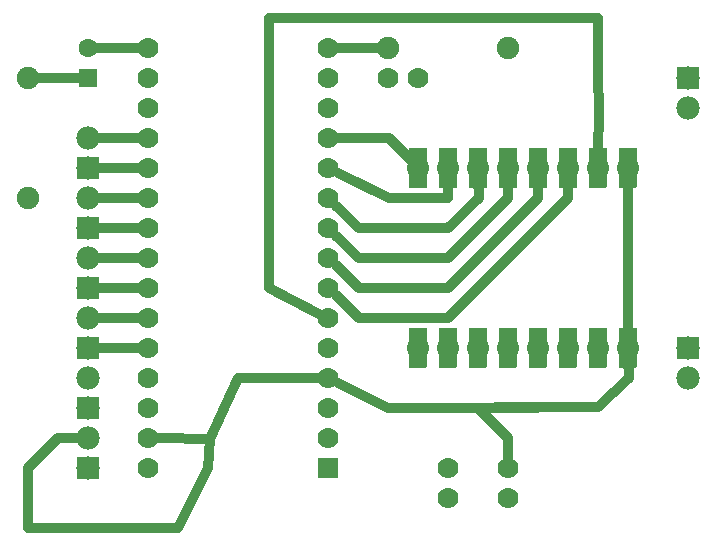
<source format=gtl>
G04 MADE WITH FRITZING*
G04 WWW.FRITZING.ORG*
G04 DOUBLE SIDED*
G04 HOLES PLATED*
G04 CONTOUR ON CENTER OF CONTOUR VECTOR*
%ASAXBY*%
%FSLAX23Y23*%
%MOIN*%
%OFA0B0*%
%SFA1.0B1.0*%
%ADD10C,0.070000*%
%ADD11C,0.074000*%
%ADD12C,0.075000*%
%ADD13C,0.062992*%
%ADD14C,0.078000*%
%ADD15R,0.069972X0.070000*%
%ADD16R,0.062992X0.062992*%
%ADD17R,0.078000X0.078000*%
%ADD18C,0.032000*%
%ADD19R,0.001000X0.001000*%
%LNCOPPER1*%
G90*
G70*
G54D10*
X1138Y296D03*
X1138Y396D03*
X1138Y496D03*
X1138Y596D03*
X1138Y696D03*
X1138Y796D03*
X1138Y896D03*
X1138Y996D03*
X1138Y1096D03*
X1138Y1196D03*
X1138Y1296D03*
X1138Y1396D03*
X1138Y1496D03*
X1138Y1596D03*
X1138Y1696D03*
X538Y296D03*
X538Y396D03*
X538Y496D03*
X538Y596D03*
X538Y696D03*
X538Y796D03*
X538Y896D03*
X538Y996D03*
X538Y1096D03*
X538Y1196D03*
X538Y1296D03*
X538Y1396D03*
X538Y1496D03*
X538Y1596D03*
X538Y1696D03*
G54D11*
X2138Y696D03*
X2038Y696D03*
X1938Y696D03*
X1838Y696D03*
X1738Y696D03*
X1638Y696D03*
X1538Y696D03*
X1438Y696D03*
X1438Y1296D03*
X1538Y1296D03*
X1638Y1296D03*
X1738Y1296D03*
X1838Y1296D03*
X1938Y1296D03*
X2038Y1296D03*
X2138Y1296D03*
G54D12*
X138Y1596D03*
X138Y1196D03*
G54D13*
X338Y1596D03*
X338Y1695D03*
G54D14*
X2338Y696D03*
X2338Y596D03*
X2338Y1596D03*
X2338Y1496D03*
G54D10*
X1438Y1596D03*
X1338Y1596D03*
X1538Y296D03*
X1538Y196D03*
G54D14*
X338Y1296D03*
X338Y1396D03*
X338Y896D03*
X338Y996D03*
X338Y696D03*
X338Y796D03*
G54D12*
X1338Y1696D03*
X1738Y1696D03*
G54D14*
X338Y496D03*
X338Y596D03*
X338Y296D03*
X338Y396D03*
G54D10*
X1738Y196D03*
X1738Y296D03*
G54D14*
X338Y1096D03*
X338Y1196D03*
G54D15*
X1138Y296D03*
G54D16*
X338Y1596D03*
G54D17*
X2338Y696D03*
X2338Y1596D03*
X338Y1296D03*
X338Y896D03*
X338Y696D03*
X338Y496D03*
X338Y296D03*
X338Y1096D03*
G54D18*
X373Y1396D02*
X503Y1396D01*
D02*
X373Y1296D02*
X503Y1296D01*
D02*
X373Y1196D02*
X503Y1196D01*
D02*
X373Y1096D02*
X503Y1096D01*
D02*
X373Y996D02*
X503Y996D01*
D02*
X373Y896D02*
X503Y896D01*
D02*
X373Y796D02*
X503Y796D01*
D02*
X373Y696D02*
X503Y696D01*
D02*
X370Y1695D02*
X503Y1695D01*
D02*
X172Y1596D02*
X305Y1596D01*
D02*
X2138Y733D02*
X2138Y1260D01*
D02*
X1339Y1396D02*
X1412Y1322D01*
D02*
X1172Y1396D02*
X1339Y1396D01*
D02*
X1339Y1198D02*
X1536Y1198D01*
D02*
X1536Y1198D02*
X1537Y1260D01*
D02*
X1169Y1280D02*
X1339Y1198D01*
D02*
X1339Y1095D02*
X1536Y1095D01*
D02*
X1640Y1198D02*
X1638Y1260D01*
D02*
X1162Y1171D02*
X1240Y1095D01*
D02*
X1240Y1095D02*
X1339Y1095D01*
D02*
X1536Y1095D02*
X1640Y1198D01*
D02*
X1738Y1260D02*
X1738Y1198D01*
D02*
X1240Y996D02*
X1163Y1071D01*
D02*
X1738Y1198D02*
X1536Y996D01*
D02*
X1536Y996D02*
X1240Y996D01*
D02*
X1837Y1198D02*
X1536Y897D01*
D02*
X1240Y897D02*
X1163Y972D01*
D02*
X1536Y897D02*
X1240Y897D01*
D02*
X1838Y1260D02*
X1837Y1198D01*
D02*
X1936Y1196D02*
X1536Y798D01*
D02*
X1240Y798D02*
X1163Y872D01*
D02*
X1536Y798D02*
X1240Y798D01*
D02*
X1936Y1198D02*
X1936Y1196D01*
D02*
X1937Y1260D02*
X1936Y1198D01*
D02*
X1438Y1796D02*
X1238Y1797D01*
D02*
X2038Y1596D02*
X2038Y1696D01*
D02*
X2038Y1696D02*
X2038Y1796D01*
D02*
X1238Y1797D02*
X939Y1797D01*
D02*
X2038Y1796D02*
X1438Y1796D01*
D02*
X2038Y1333D02*
X2039Y1495D01*
D02*
X939Y1797D02*
X939Y897D01*
D02*
X2039Y1495D02*
X2038Y1596D01*
D02*
X939Y897D02*
X1107Y811D01*
D02*
X2139Y598D02*
X2038Y500D01*
D02*
X1338Y498D02*
X1169Y580D01*
D02*
X2038Y500D02*
X1338Y498D01*
D02*
X2138Y660D02*
X2139Y598D01*
D02*
X1738Y396D02*
X1738Y322D01*
D02*
X1638Y496D02*
X1738Y396D01*
D02*
X2038Y500D02*
X1638Y496D01*
D02*
X742Y393D02*
X838Y596D01*
D02*
X572Y395D02*
X742Y393D01*
D02*
X838Y596D02*
X1109Y596D01*
D02*
X738Y296D02*
X638Y96D01*
D02*
X638Y96D02*
X138Y96D01*
D02*
X138Y296D02*
X238Y396D01*
D02*
X238Y396D02*
X302Y396D01*
D02*
X742Y393D02*
X738Y296D01*
D02*
X138Y96D02*
X138Y296D01*
D02*
X1309Y1696D02*
X1167Y1696D01*
G54D19*
X1409Y1362D02*
X1465Y1362D01*
X1509Y1362D02*
X1565Y1362D01*
X1609Y1362D02*
X1665Y1362D01*
X1709Y1362D02*
X1765Y1362D01*
X1809Y1362D02*
X1865Y1362D01*
X1909Y1362D02*
X1965Y1362D01*
X2009Y1362D02*
X2065Y1362D01*
X2109Y1362D02*
X2165Y1362D01*
X1409Y1361D02*
X1465Y1361D01*
X1509Y1361D02*
X1565Y1361D01*
X1609Y1361D02*
X1665Y1361D01*
X1709Y1361D02*
X1765Y1361D01*
X1809Y1361D02*
X1865Y1361D01*
X1909Y1361D02*
X1965Y1361D01*
X2009Y1361D02*
X2065Y1361D01*
X2109Y1361D02*
X2165Y1361D01*
X1409Y1360D02*
X1465Y1360D01*
X1509Y1360D02*
X1565Y1360D01*
X1609Y1360D02*
X1665Y1360D01*
X1709Y1360D02*
X1765Y1360D01*
X1809Y1360D02*
X1865Y1360D01*
X1909Y1360D02*
X1965Y1360D01*
X2009Y1360D02*
X2065Y1360D01*
X2109Y1360D02*
X2165Y1360D01*
X1409Y1359D02*
X1465Y1359D01*
X1509Y1359D02*
X1565Y1359D01*
X1609Y1359D02*
X1665Y1359D01*
X1709Y1359D02*
X1765Y1359D01*
X1809Y1359D02*
X1865Y1359D01*
X1909Y1359D02*
X1965Y1359D01*
X2009Y1359D02*
X2065Y1359D01*
X2109Y1359D02*
X2165Y1359D01*
X1409Y1358D02*
X1465Y1358D01*
X1509Y1358D02*
X1565Y1358D01*
X1609Y1358D02*
X1665Y1358D01*
X1709Y1358D02*
X1765Y1358D01*
X1809Y1358D02*
X1865Y1358D01*
X1909Y1358D02*
X1965Y1358D01*
X2009Y1358D02*
X2065Y1358D01*
X2109Y1358D02*
X2165Y1358D01*
X1409Y1357D02*
X1465Y1357D01*
X1509Y1357D02*
X1565Y1357D01*
X1609Y1357D02*
X1665Y1357D01*
X1709Y1357D02*
X1765Y1357D01*
X1809Y1357D02*
X1865Y1357D01*
X1909Y1357D02*
X1965Y1357D01*
X2009Y1357D02*
X2065Y1357D01*
X2109Y1357D02*
X2165Y1357D01*
X1409Y1356D02*
X1465Y1356D01*
X1509Y1356D02*
X1565Y1356D01*
X1609Y1356D02*
X1665Y1356D01*
X1709Y1356D02*
X1765Y1356D01*
X1809Y1356D02*
X1865Y1356D01*
X1909Y1356D02*
X1965Y1356D01*
X2009Y1356D02*
X2065Y1356D01*
X2109Y1356D02*
X2165Y1356D01*
X1409Y1355D02*
X1465Y1355D01*
X1509Y1355D02*
X1565Y1355D01*
X1609Y1355D02*
X1665Y1355D01*
X1709Y1355D02*
X1765Y1355D01*
X1809Y1355D02*
X1865Y1355D01*
X1909Y1355D02*
X1965Y1355D01*
X2009Y1355D02*
X2065Y1355D01*
X2109Y1355D02*
X2165Y1355D01*
X1409Y1354D02*
X1465Y1354D01*
X1509Y1354D02*
X1565Y1354D01*
X1609Y1354D02*
X1665Y1354D01*
X1709Y1354D02*
X1765Y1354D01*
X1809Y1354D02*
X1865Y1354D01*
X1909Y1354D02*
X1965Y1354D01*
X2009Y1354D02*
X2065Y1354D01*
X2109Y1354D02*
X2165Y1354D01*
X1409Y1353D02*
X1465Y1353D01*
X1509Y1353D02*
X1565Y1353D01*
X1609Y1353D02*
X1665Y1353D01*
X1709Y1353D02*
X1765Y1353D01*
X1809Y1353D02*
X1865Y1353D01*
X1909Y1353D02*
X1965Y1353D01*
X2009Y1353D02*
X2065Y1353D01*
X2109Y1353D02*
X2165Y1353D01*
X1409Y1352D02*
X1465Y1352D01*
X1509Y1352D02*
X1565Y1352D01*
X1609Y1352D02*
X1665Y1352D01*
X1709Y1352D02*
X1765Y1352D01*
X1809Y1352D02*
X1865Y1352D01*
X1909Y1352D02*
X1965Y1352D01*
X2009Y1352D02*
X2065Y1352D01*
X2109Y1352D02*
X2165Y1352D01*
X1409Y1351D02*
X1465Y1351D01*
X1509Y1351D02*
X1565Y1351D01*
X1609Y1351D02*
X1665Y1351D01*
X1709Y1351D02*
X1765Y1351D01*
X1809Y1351D02*
X1865Y1351D01*
X1909Y1351D02*
X1965Y1351D01*
X2009Y1351D02*
X2065Y1351D01*
X2109Y1351D02*
X2165Y1351D01*
X1409Y1350D02*
X1465Y1350D01*
X1509Y1350D02*
X1565Y1350D01*
X1609Y1350D02*
X1665Y1350D01*
X1709Y1350D02*
X1765Y1350D01*
X1809Y1350D02*
X1865Y1350D01*
X1909Y1350D02*
X1965Y1350D01*
X2009Y1350D02*
X2065Y1350D01*
X2109Y1350D02*
X2165Y1350D01*
X1409Y1349D02*
X1465Y1349D01*
X1509Y1349D02*
X1565Y1349D01*
X1609Y1349D02*
X1665Y1349D01*
X1709Y1349D02*
X1765Y1349D01*
X1809Y1349D02*
X1865Y1349D01*
X1909Y1349D02*
X1965Y1349D01*
X2009Y1349D02*
X2065Y1349D01*
X2109Y1349D02*
X2165Y1349D01*
X1409Y1348D02*
X1465Y1348D01*
X1509Y1348D02*
X1565Y1348D01*
X1609Y1348D02*
X1665Y1348D01*
X1709Y1348D02*
X1765Y1348D01*
X1809Y1348D02*
X1865Y1348D01*
X1909Y1348D02*
X1965Y1348D01*
X2009Y1348D02*
X2065Y1348D01*
X2109Y1348D02*
X2165Y1348D01*
X1409Y1347D02*
X1465Y1347D01*
X1509Y1347D02*
X1565Y1347D01*
X1609Y1347D02*
X1665Y1347D01*
X1709Y1347D02*
X1765Y1347D01*
X1809Y1347D02*
X1865Y1347D01*
X1909Y1347D02*
X1965Y1347D01*
X2009Y1347D02*
X2065Y1347D01*
X2109Y1347D02*
X2165Y1347D01*
X1409Y1346D02*
X1465Y1346D01*
X1509Y1346D02*
X1565Y1346D01*
X1609Y1346D02*
X1665Y1346D01*
X1709Y1346D02*
X1765Y1346D01*
X1809Y1346D02*
X1865Y1346D01*
X1909Y1346D02*
X1965Y1346D01*
X2009Y1346D02*
X2065Y1346D01*
X2109Y1346D02*
X2165Y1346D01*
X1409Y1345D02*
X1465Y1345D01*
X1509Y1345D02*
X1565Y1345D01*
X1609Y1345D02*
X1665Y1345D01*
X1709Y1345D02*
X1765Y1345D01*
X1809Y1345D02*
X1865Y1345D01*
X1909Y1345D02*
X1965Y1345D01*
X2009Y1345D02*
X2065Y1345D01*
X2109Y1345D02*
X2165Y1345D01*
X1409Y1344D02*
X1465Y1344D01*
X1509Y1344D02*
X1565Y1344D01*
X1609Y1344D02*
X1665Y1344D01*
X1709Y1344D02*
X1765Y1344D01*
X1809Y1344D02*
X1865Y1344D01*
X1909Y1344D02*
X1965Y1344D01*
X2009Y1344D02*
X2065Y1344D01*
X2109Y1344D02*
X2165Y1344D01*
X1409Y1343D02*
X1465Y1343D01*
X1509Y1343D02*
X1565Y1343D01*
X1609Y1343D02*
X1665Y1343D01*
X1709Y1343D02*
X1765Y1343D01*
X1809Y1343D02*
X1865Y1343D01*
X1909Y1343D02*
X1965Y1343D01*
X2009Y1343D02*
X2065Y1343D01*
X2109Y1343D02*
X2165Y1343D01*
X1409Y1342D02*
X1465Y1342D01*
X1509Y1342D02*
X1565Y1342D01*
X1609Y1342D02*
X1665Y1342D01*
X1709Y1342D02*
X1765Y1342D01*
X1809Y1342D02*
X1865Y1342D01*
X1909Y1342D02*
X1965Y1342D01*
X2009Y1342D02*
X2065Y1342D01*
X2109Y1342D02*
X2165Y1342D01*
X1409Y1341D02*
X1465Y1341D01*
X1509Y1341D02*
X1565Y1341D01*
X1609Y1341D02*
X1665Y1341D01*
X1709Y1341D02*
X1765Y1341D01*
X1809Y1341D02*
X1865Y1341D01*
X1909Y1341D02*
X1965Y1341D01*
X2009Y1341D02*
X2065Y1341D01*
X2109Y1341D02*
X2165Y1341D01*
X1409Y1340D02*
X1465Y1340D01*
X1509Y1340D02*
X1565Y1340D01*
X1609Y1340D02*
X1665Y1340D01*
X1709Y1340D02*
X1765Y1340D01*
X1809Y1340D02*
X1865Y1340D01*
X1909Y1340D02*
X1965Y1340D01*
X2009Y1340D02*
X2065Y1340D01*
X2109Y1340D02*
X2165Y1340D01*
X1409Y1339D02*
X1465Y1339D01*
X1509Y1339D02*
X1565Y1339D01*
X1609Y1339D02*
X1665Y1339D01*
X1709Y1339D02*
X1765Y1339D01*
X1809Y1339D02*
X1865Y1339D01*
X1909Y1339D02*
X1965Y1339D01*
X2009Y1339D02*
X2065Y1339D01*
X2109Y1339D02*
X2165Y1339D01*
X1409Y1338D02*
X1465Y1338D01*
X1509Y1338D02*
X1565Y1338D01*
X1609Y1338D02*
X1665Y1338D01*
X1709Y1338D02*
X1765Y1338D01*
X1809Y1338D02*
X1865Y1338D01*
X1909Y1338D02*
X1965Y1338D01*
X2009Y1338D02*
X2065Y1338D01*
X2109Y1338D02*
X2165Y1338D01*
X1409Y1337D02*
X1465Y1337D01*
X1509Y1337D02*
X1565Y1337D01*
X1609Y1337D02*
X1665Y1337D01*
X1709Y1337D02*
X1765Y1337D01*
X1809Y1337D02*
X1865Y1337D01*
X1909Y1337D02*
X1965Y1337D01*
X2009Y1337D02*
X2065Y1337D01*
X2109Y1337D02*
X2165Y1337D01*
X1409Y1336D02*
X1465Y1336D01*
X1509Y1336D02*
X1565Y1336D01*
X1609Y1336D02*
X1665Y1336D01*
X1709Y1336D02*
X1765Y1336D01*
X1809Y1336D02*
X1865Y1336D01*
X1909Y1336D02*
X1965Y1336D01*
X2009Y1336D02*
X2065Y1336D01*
X2109Y1336D02*
X2165Y1336D01*
X1409Y1335D02*
X1465Y1335D01*
X1509Y1335D02*
X1565Y1335D01*
X1609Y1335D02*
X1665Y1335D01*
X1709Y1335D02*
X1765Y1335D01*
X1809Y1335D02*
X1865Y1335D01*
X1909Y1335D02*
X1965Y1335D01*
X2009Y1335D02*
X2065Y1335D01*
X2109Y1335D02*
X2165Y1335D01*
X1409Y1334D02*
X1465Y1334D01*
X1509Y1334D02*
X1565Y1334D01*
X1609Y1334D02*
X1665Y1334D01*
X1709Y1334D02*
X1765Y1334D01*
X1809Y1334D02*
X1865Y1334D01*
X1909Y1334D02*
X1965Y1334D01*
X2009Y1334D02*
X2065Y1334D01*
X2109Y1334D02*
X2165Y1334D01*
X1409Y1333D02*
X1465Y1333D01*
X1509Y1333D02*
X1565Y1333D01*
X1609Y1333D02*
X1665Y1333D01*
X1709Y1333D02*
X1765Y1333D01*
X1809Y1333D02*
X1865Y1333D01*
X1909Y1333D02*
X1965Y1333D01*
X2009Y1333D02*
X2065Y1333D01*
X2109Y1333D02*
X2165Y1333D01*
X1409Y1332D02*
X1465Y1332D01*
X1509Y1332D02*
X1565Y1332D01*
X1609Y1332D02*
X1665Y1332D01*
X1709Y1332D02*
X1765Y1332D01*
X1809Y1332D02*
X1865Y1332D01*
X1909Y1332D02*
X1965Y1332D01*
X2009Y1332D02*
X2065Y1332D01*
X2109Y1332D02*
X2165Y1332D01*
X1409Y1331D02*
X1465Y1331D01*
X1509Y1331D02*
X1565Y1331D01*
X1609Y1331D02*
X1665Y1331D01*
X1709Y1331D02*
X1765Y1331D01*
X1809Y1331D02*
X1865Y1331D01*
X1909Y1331D02*
X1965Y1331D01*
X2009Y1331D02*
X2065Y1331D01*
X2109Y1331D02*
X2165Y1331D01*
X1409Y1330D02*
X1465Y1330D01*
X1509Y1330D02*
X1565Y1330D01*
X1609Y1330D02*
X1665Y1330D01*
X1709Y1330D02*
X1765Y1330D01*
X1809Y1330D02*
X1865Y1330D01*
X1909Y1330D02*
X1965Y1330D01*
X2009Y1330D02*
X2065Y1330D01*
X2109Y1330D02*
X2165Y1330D01*
X1409Y1329D02*
X1465Y1329D01*
X1509Y1329D02*
X1565Y1329D01*
X1609Y1329D02*
X1665Y1329D01*
X1709Y1329D02*
X1765Y1329D01*
X1809Y1329D02*
X1865Y1329D01*
X1909Y1329D02*
X1965Y1329D01*
X2009Y1329D02*
X2065Y1329D01*
X2109Y1329D02*
X2165Y1329D01*
X1409Y1328D02*
X1465Y1328D01*
X1509Y1328D02*
X1565Y1328D01*
X1609Y1328D02*
X1665Y1328D01*
X1709Y1328D02*
X1765Y1328D01*
X1809Y1328D02*
X1865Y1328D01*
X1909Y1328D02*
X1965Y1328D01*
X2009Y1328D02*
X2065Y1328D01*
X2109Y1328D02*
X2165Y1328D01*
X1409Y1327D02*
X1465Y1327D01*
X1509Y1327D02*
X1565Y1327D01*
X1609Y1327D02*
X1665Y1327D01*
X1709Y1327D02*
X1765Y1327D01*
X1809Y1327D02*
X1865Y1327D01*
X1909Y1327D02*
X1965Y1327D01*
X2009Y1327D02*
X2065Y1327D01*
X2109Y1327D02*
X2165Y1327D01*
X1409Y1326D02*
X1465Y1326D01*
X1509Y1326D02*
X1565Y1326D01*
X1609Y1326D02*
X1665Y1326D01*
X1709Y1326D02*
X1765Y1326D01*
X1809Y1326D02*
X1865Y1326D01*
X1909Y1326D02*
X1965Y1326D01*
X2009Y1326D02*
X2065Y1326D01*
X2109Y1326D02*
X2165Y1326D01*
X1409Y1325D02*
X1430Y1325D01*
X1444Y1325D02*
X1465Y1325D01*
X1509Y1325D02*
X1530Y1325D01*
X1543Y1325D02*
X1565Y1325D01*
X1609Y1325D02*
X1630Y1325D01*
X1643Y1325D02*
X1665Y1325D01*
X1709Y1325D02*
X1730Y1325D01*
X1743Y1325D02*
X1765Y1325D01*
X1809Y1325D02*
X1830Y1325D01*
X1843Y1325D02*
X1865Y1325D01*
X1909Y1325D02*
X1930Y1325D01*
X1943Y1325D02*
X1965Y1325D01*
X2009Y1325D02*
X2030Y1325D01*
X2043Y1325D02*
X2065Y1325D01*
X2109Y1325D02*
X2130Y1325D01*
X2143Y1325D02*
X2165Y1325D01*
X1409Y1324D02*
X1427Y1324D01*
X1447Y1324D02*
X1465Y1324D01*
X1509Y1324D02*
X1527Y1324D01*
X1547Y1324D02*
X1565Y1324D01*
X1609Y1324D02*
X1627Y1324D01*
X1647Y1324D02*
X1665Y1324D01*
X1709Y1324D02*
X1727Y1324D01*
X1747Y1324D02*
X1765Y1324D01*
X1809Y1324D02*
X1827Y1324D01*
X1847Y1324D02*
X1865Y1324D01*
X1909Y1324D02*
X1927Y1324D01*
X1947Y1324D02*
X1965Y1324D01*
X2009Y1324D02*
X2026Y1324D01*
X2047Y1324D02*
X2065Y1324D01*
X2109Y1324D02*
X2126Y1324D01*
X2147Y1324D02*
X2165Y1324D01*
X1409Y1323D02*
X1424Y1323D01*
X1449Y1323D02*
X1465Y1323D01*
X1509Y1323D02*
X1524Y1323D01*
X1549Y1323D02*
X1565Y1323D01*
X1609Y1323D02*
X1624Y1323D01*
X1649Y1323D02*
X1665Y1323D01*
X1709Y1323D02*
X1724Y1323D01*
X1749Y1323D02*
X1765Y1323D01*
X1809Y1323D02*
X1824Y1323D01*
X1849Y1323D02*
X1865Y1323D01*
X1909Y1323D02*
X1924Y1323D01*
X1949Y1323D02*
X1965Y1323D01*
X2009Y1323D02*
X2024Y1323D01*
X2049Y1323D02*
X2065Y1323D01*
X2109Y1323D02*
X2124Y1323D01*
X2149Y1323D02*
X2165Y1323D01*
X1409Y1322D02*
X1422Y1322D01*
X1451Y1322D02*
X1465Y1322D01*
X1509Y1322D02*
X1522Y1322D01*
X1551Y1322D02*
X1565Y1322D01*
X1609Y1322D02*
X1622Y1322D01*
X1651Y1322D02*
X1665Y1322D01*
X1709Y1322D02*
X1722Y1322D01*
X1751Y1322D02*
X1765Y1322D01*
X1809Y1322D02*
X1822Y1322D01*
X1851Y1322D02*
X1865Y1322D01*
X1909Y1322D02*
X1922Y1322D01*
X1951Y1322D02*
X1965Y1322D01*
X2009Y1322D02*
X2022Y1322D01*
X2051Y1322D02*
X2065Y1322D01*
X2109Y1322D02*
X2122Y1322D01*
X2151Y1322D02*
X2165Y1322D01*
X1409Y1321D02*
X1421Y1321D01*
X1453Y1321D02*
X1465Y1321D01*
X1509Y1321D02*
X1521Y1321D01*
X1553Y1321D02*
X1565Y1321D01*
X1609Y1321D02*
X1621Y1321D01*
X1653Y1321D02*
X1665Y1321D01*
X1709Y1321D02*
X1721Y1321D01*
X1753Y1321D02*
X1765Y1321D01*
X1809Y1321D02*
X1821Y1321D01*
X1853Y1321D02*
X1865Y1321D01*
X1909Y1321D02*
X1920Y1321D01*
X1953Y1321D02*
X1965Y1321D01*
X2009Y1321D02*
X2020Y1321D01*
X2053Y1321D02*
X2065Y1321D01*
X2109Y1321D02*
X2120Y1321D01*
X2153Y1321D02*
X2165Y1321D01*
X1409Y1320D02*
X1419Y1320D01*
X1454Y1320D02*
X1465Y1320D01*
X1509Y1320D02*
X1519Y1320D01*
X1554Y1320D02*
X1565Y1320D01*
X1609Y1320D02*
X1619Y1320D01*
X1654Y1320D02*
X1665Y1320D01*
X1709Y1320D02*
X1719Y1320D01*
X1754Y1320D02*
X1765Y1320D01*
X1809Y1320D02*
X1819Y1320D01*
X1854Y1320D02*
X1865Y1320D01*
X1909Y1320D02*
X1919Y1320D01*
X1954Y1320D02*
X1965Y1320D01*
X2009Y1320D02*
X2019Y1320D01*
X2054Y1320D02*
X2065Y1320D01*
X2109Y1320D02*
X2119Y1320D01*
X2154Y1320D02*
X2165Y1320D01*
X1409Y1319D02*
X1418Y1319D01*
X1455Y1319D02*
X1465Y1319D01*
X1509Y1319D02*
X1518Y1319D01*
X1555Y1319D02*
X1565Y1319D01*
X1609Y1319D02*
X1618Y1319D01*
X1655Y1319D02*
X1665Y1319D01*
X1709Y1319D02*
X1718Y1319D01*
X1755Y1319D02*
X1765Y1319D01*
X1809Y1319D02*
X1818Y1319D01*
X1855Y1319D02*
X1865Y1319D01*
X1909Y1319D02*
X1918Y1319D01*
X1955Y1319D02*
X1965Y1319D01*
X2009Y1319D02*
X2018Y1319D01*
X2055Y1319D02*
X2065Y1319D01*
X2109Y1319D02*
X2118Y1319D01*
X2155Y1319D02*
X2165Y1319D01*
X1409Y1318D02*
X1417Y1318D01*
X1457Y1318D02*
X1465Y1318D01*
X1509Y1318D02*
X1517Y1318D01*
X1557Y1318D02*
X1565Y1318D01*
X1609Y1318D02*
X1617Y1318D01*
X1657Y1318D02*
X1665Y1318D01*
X1709Y1318D02*
X1717Y1318D01*
X1757Y1318D02*
X1765Y1318D01*
X1809Y1318D02*
X1817Y1318D01*
X1857Y1318D02*
X1865Y1318D01*
X1909Y1318D02*
X1917Y1318D01*
X1957Y1318D02*
X1965Y1318D01*
X2009Y1318D02*
X2017Y1318D01*
X2056Y1318D02*
X2065Y1318D01*
X2109Y1318D02*
X2117Y1318D01*
X2156Y1318D02*
X2165Y1318D01*
X1409Y1317D02*
X1416Y1317D01*
X1458Y1317D02*
X1465Y1317D01*
X1509Y1317D02*
X1516Y1317D01*
X1558Y1317D02*
X1565Y1317D01*
X1609Y1317D02*
X1616Y1317D01*
X1658Y1317D02*
X1665Y1317D01*
X1709Y1317D02*
X1716Y1317D01*
X1758Y1317D02*
X1765Y1317D01*
X1809Y1317D02*
X1816Y1317D01*
X1858Y1317D02*
X1865Y1317D01*
X1909Y1317D02*
X1916Y1317D01*
X1958Y1317D02*
X1965Y1317D01*
X2009Y1317D02*
X2016Y1317D01*
X2058Y1317D02*
X2065Y1317D01*
X2109Y1317D02*
X2116Y1317D01*
X2158Y1317D02*
X2165Y1317D01*
X1409Y1316D02*
X1415Y1316D01*
X1459Y1316D02*
X1465Y1316D01*
X1509Y1316D02*
X1515Y1316D01*
X1559Y1316D02*
X1565Y1316D01*
X1609Y1316D02*
X1615Y1316D01*
X1659Y1316D02*
X1665Y1316D01*
X1709Y1316D02*
X1715Y1316D01*
X1758Y1316D02*
X1765Y1316D01*
X1809Y1316D02*
X1815Y1316D01*
X1858Y1316D02*
X1865Y1316D01*
X1909Y1316D02*
X1915Y1316D01*
X1958Y1316D02*
X1965Y1316D01*
X2009Y1316D02*
X2015Y1316D01*
X2058Y1316D02*
X2065Y1316D01*
X2109Y1316D02*
X2115Y1316D01*
X2158Y1316D02*
X2165Y1316D01*
X1409Y1315D02*
X1414Y1315D01*
X1459Y1315D02*
X1465Y1315D01*
X1509Y1315D02*
X1514Y1315D01*
X1559Y1315D02*
X1565Y1315D01*
X1609Y1315D02*
X1614Y1315D01*
X1659Y1315D02*
X1665Y1315D01*
X1709Y1315D02*
X1714Y1315D01*
X1759Y1315D02*
X1765Y1315D01*
X1809Y1315D02*
X1814Y1315D01*
X1859Y1315D02*
X1865Y1315D01*
X1909Y1315D02*
X1914Y1315D01*
X1959Y1315D02*
X1965Y1315D01*
X2009Y1315D02*
X2014Y1315D01*
X2059Y1315D02*
X2065Y1315D01*
X2109Y1315D02*
X2114Y1315D01*
X2159Y1315D02*
X2165Y1315D01*
X1409Y1314D02*
X1413Y1314D01*
X1460Y1314D02*
X1465Y1314D01*
X1509Y1314D02*
X1513Y1314D01*
X1560Y1314D02*
X1565Y1314D01*
X1609Y1314D02*
X1613Y1314D01*
X1660Y1314D02*
X1665Y1314D01*
X1709Y1314D02*
X1713Y1314D01*
X1760Y1314D02*
X1765Y1314D01*
X1809Y1314D02*
X1813Y1314D01*
X1860Y1314D02*
X1865Y1314D01*
X1909Y1314D02*
X1913Y1314D01*
X1960Y1314D02*
X1965Y1314D01*
X2009Y1314D02*
X2013Y1314D01*
X2060Y1314D02*
X2065Y1314D01*
X2109Y1314D02*
X2113Y1314D01*
X2160Y1314D02*
X2165Y1314D01*
X1409Y1313D02*
X1413Y1313D01*
X1461Y1313D02*
X1465Y1313D01*
X1509Y1313D02*
X1513Y1313D01*
X1561Y1313D02*
X1565Y1313D01*
X1609Y1313D02*
X1613Y1313D01*
X1661Y1313D02*
X1665Y1313D01*
X1709Y1313D02*
X1712Y1313D01*
X1761Y1313D02*
X1765Y1313D01*
X1809Y1313D02*
X1812Y1313D01*
X1861Y1313D02*
X1865Y1313D01*
X1909Y1313D02*
X1912Y1313D01*
X1961Y1313D02*
X1965Y1313D01*
X2009Y1313D02*
X2012Y1313D01*
X2061Y1313D02*
X2065Y1313D01*
X2109Y1313D02*
X2112Y1313D01*
X2161Y1313D02*
X2165Y1313D01*
X1409Y1312D02*
X1412Y1312D01*
X1462Y1312D02*
X1465Y1312D01*
X1509Y1312D02*
X1512Y1312D01*
X1562Y1312D02*
X1565Y1312D01*
X1609Y1312D02*
X1612Y1312D01*
X1662Y1312D02*
X1665Y1312D01*
X1709Y1312D02*
X1712Y1312D01*
X1762Y1312D02*
X1765Y1312D01*
X1809Y1312D02*
X1812Y1312D01*
X1861Y1312D02*
X1865Y1312D01*
X1909Y1312D02*
X1912Y1312D01*
X1961Y1312D02*
X1965Y1312D01*
X2009Y1312D02*
X2012Y1312D01*
X2061Y1312D02*
X2065Y1312D01*
X2109Y1312D02*
X2112Y1312D01*
X2161Y1312D02*
X2165Y1312D01*
X1409Y1311D02*
X1411Y1311D01*
X1462Y1311D02*
X1465Y1311D01*
X1509Y1311D02*
X1511Y1311D01*
X1562Y1311D02*
X1565Y1311D01*
X1609Y1311D02*
X1611Y1311D01*
X1662Y1311D02*
X1665Y1311D01*
X1709Y1311D02*
X1711Y1311D01*
X1762Y1311D02*
X1765Y1311D01*
X1809Y1311D02*
X1811Y1311D01*
X1862Y1311D02*
X1865Y1311D01*
X1909Y1311D02*
X1911Y1311D01*
X1962Y1311D02*
X1965Y1311D01*
X2009Y1311D02*
X2011Y1311D01*
X2062Y1311D02*
X2065Y1311D01*
X2109Y1311D02*
X2111Y1311D01*
X2162Y1311D02*
X2165Y1311D01*
X1409Y1310D02*
X1411Y1310D01*
X1463Y1310D02*
X1465Y1310D01*
X1509Y1310D02*
X1511Y1310D01*
X1563Y1310D02*
X1565Y1310D01*
X1609Y1310D02*
X1611Y1310D01*
X1663Y1310D02*
X1665Y1310D01*
X1709Y1310D02*
X1711Y1310D01*
X1763Y1310D02*
X1765Y1310D01*
X1809Y1310D02*
X1811Y1310D01*
X1863Y1310D02*
X1865Y1310D01*
X1909Y1310D02*
X1911Y1310D01*
X1963Y1310D02*
X1965Y1310D01*
X2009Y1310D02*
X2011Y1310D01*
X2063Y1310D02*
X2065Y1310D01*
X2109Y1310D02*
X2111Y1310D01*
X2163Y1310D02*
X2165Y1310D01*
X1409Y1309D02*
X1410Y1309D01*
X1463Y1309D02*
X1465Y1309D01*
X1509Y1309D02*
X1510Y1309D01*
X1563Y1309D02*
X1565Y1309D01*
X1609Y1309D02*
X1610Y1309D01*
X1663Y1309D02*
X1665Y1309D01*
X1709Y1309D02*
X1710Y1309D01*
X1763Y1309D02*
X1765Y1309D01*
X1809Y1309D02*
X1810Y1309D01*
X1863Y1309D02*
X1865Y1309D01*
X1909Y1309D02*
X1910Y1309D01*
X1963Y1309D02*
X1965Y1309D01*
X2009Y1309D02*
X2010Y1309D01*
X2063Y1309D02*
X2065Y1309D01*
X2109Y1309D02*
X2110Y1309D01*
X2163Y1309D02*
X2165Y1309D01*
X1409Y1308D02*
X1410Y1308D01*
X1464Y1308D02*
X1465Y1308D01*
X1509Y1308D02*
X1510Y1308D01*
X1564Y1308D02*
X1565Y1308D01*
X1609Y1308D02*
X1610Y1308D01*
X1664Y1308D02*
X1665Y1308D01*
X1709Y1308D02*
X1710Y1308D01*
X1764Y1308D02*
X1765Y1308D01*
X1809Y1308D02*
X1810Y1308D01*
X1864Y1308D02*
X1865Y1308D01*
X1909Y1308D02*
X1910Y1308D01*
X1963Y1308D02*
X1965Y1308D01*
X2009Y1308D02*
X2010Y1308D01*
X2063Y1308D02*
X2065Y1308D01*
X2109Y1308D02*
X2110Y1308D01*
X2163Y1308D02*
X2165Y1308D01*
X1409Y1307D02*
X1410Y1307D01*
X1464Y1307D02*
X1465Y1307D01*
X1509Y1307D02*
X1510Y1307D01*
X1564Y1307D02*
X1565Y1307D01*
X1609Y1307D02*
X1610Y1307D01*
X1664Y1307D02*
X1665Y1307D01*
X1709Y1307D02*
X1709Y1307D01*
X1764Y1307D02*
X1765Y1307D01*
X1809Y1307D02*
X1809Y1307D01*
X1864Y1307D02*
X1865Y1307D01*
X1909Y1307D02*
X1909Y1307D01*
X1964Y1307D02*
X1965Y1307D01*
X2009Y1307D02*
X2009Y1307D01*
X2064Y1307D02*
X2065Y1307D01*
X2109Y1307D02*
X2109Y1307D01*
X2164Y1307D02*
X2165Y1307D01*
X1409Y1306D02*
X1409Y1306D01*
X1464Y1306D02*
X1465Y1306D01*
X1509Y1306D02*
X1509Y1306D01*
X1564Y1306D02*
X1565Y1306D01*
X1609Y1306D02*
X1609Y1306D01*
X1664Y1306D02*
X1665Y1306D01*
X1709Y1306D02*
X1709Y1306D01*
X1764Y1306D02*
X1765Y1306D01*
X1809Y1306D02*
X1809Y1306D01*
X1864Y1306D02*
X1865Y1306D01*
X1909Y1306D02*
X1909Y1306D01*
X1964Y1306D02*
X1965Y1306D01*
X2009Y1306D02*
X2009Y1306D01*
X2064Y1306D02*
X2065Y1306D01*
X2109Y1306D02*
X2109Y1306D01*
X2164Y1306D02*
X2165Y1306D01*
X1409Y1305D02*
X1409Y1305D01*
X1465Y1305D02*
X1465Y1305D01*
X1509Y1305D02*
X1509Y1305D01*
X1565Y1305D02*
X1565Y1305D01*
X1609Y1305D02*
X1609Y1305D01*
X1665Y1305D02*
X1665Y1305D01*
X1709Y1305D02*
X1709Y1305D01*
X1765Y1305D02*
X1765Y1305D01*
X1809Y1305D02*
X1809Y1305D01*
X1865Y1305D02*
X1865Y1305D01*
X1909Y1305D02*
X1909Y1305D01*
X1965Y1305D02*
X1965Y1305D01*
X2009Y1305D02*
X2009Y1305D01*
X2064Y1305D02*
X2065Y1305D01*
X2109Y1305D02*
X2109Y1305D01*
X2164Y1305D02*
X2165Y1305D01*
X1409Y1304D02*
X1409Y1304D01*
X1465Y1304D02*
X1465Y1304D01*
X1509Y1304D02*
X1509Y1304D01*
X1565Y1304D02*
X1565Y1304D01*
X1609Y1304D02*
X1609Y1304D01*
X1665Y1304D02*
X1665Y1304D01*
X1709Y1304D02*
X1709Y1304D01*
X1765Y1304D02*
X1765Y1304D01*
X1809Y1304D02*
X1809Y1304D01*
X1865Y1304D02*
X1865Y1304D01*
X1909Y1304D02*
X1909Y1304D01*
X1965Y1304D02*
X1965Y1304D01*
X2065Y1304D02*
X2065Y1304D01*
X2165Y1304D02*
X2165Y1304D01*
X1465Y1303D02*
X1465Y1303D01*
X1565Y1303D02*
X1565Y1303D01*
X1665Y1303D02*
X1665Y1303D01*
X1765Y1303D02*
X1765Y1303D01*
X1865Y1303D02*
X1865Y1303D01*
X1965Y1303D02*
X1965Y1303D01*
X2065Y1303D02*
X2065Y1303D01*
X2165Y1303D02*
X2165Y1303D01*
X1465Y1292D02*
X1465Y1292D01*
X1565Y1292D02*
X1565Y1292D01*
X1665Y1292D02*
X1665Y1292D01*
X1765Y1292D02*
X1765Y1292D01*
X1865Y1292D02*
X1865Y1292D01*
X1965Y1292D02*
X1965Y1292D01*
X2065Y1292D02*
X2065Y1292D01*
X2165Y1292D02*
X2165Y1292D01*
X1409Y1291D02*
X1409Y1291D01*
X1465Y1291D02*
X1465Y1291D01*
X1565Y1291D02*
X1565Y1291D01*
X1665Y1291D02*
X1665Y1291D01*
X1765Y1291D02*
X1765Y1291D01*
X1865Y1291D02*
X1865Y1291D01*
X1965Y1291D02*
X1965Y1291D01*
X2065Y1291D02*
X2065Y1291D01*
X2165Y1291D02*
X2165Y1291D01*
X1409Y1290D02*
X1409Y1290D01*
X1465Y1290D02*
X1465Y1290D01*
X1509Y1290D02*
X1509Y1290D01*
X1565Y1290D02*
X1565Y1290D01*
X1609Y1290D02*
X1609Y1290D01*
X1665Y1290D02*
X1665Y1290D01*
X1709Y1290D02*
X1709Y1290D01*
X1765Y1290D02*
X1765Y1290D01*
X1809Y1290D02*
X1809Y1290D01*
X1865Y1290D02*
X1865Y1290D01*
X1909Y1290D02*
X1909Y1290D01*
X1965Y1290D02*
X1965Y1290D01*
X2009Y1290D02*
X2009Y1290D01*
X2065Y1290D02*
X2065Y1290D01*
X2109Y1290D02*
X2109Y1290D01*
X2165Y1290D02*
X2165Y1290D01*
X1409Y1289D02*
X1409Y1289D01*
X1465Y1289D02*
X1465Y1289D01*
X1509Y1289D02*
X1509Y1289D01*
X1565Y1289D02*
X1565Y1289D01*
X1609Y1289D02*
X1609Y1289D01*
X1665Y1289D02*
X1665Y1289D01*
X1709Y1289D02*
X1709Y1289D01*
X1764Y1289D02*
X1765Y1289D01*
X1809Y1289D02*
X1809Y1289D01*
X1864Y1289D02*
X1865Y1289D01*
X1909Y1289D02*
X1909Y1289D01*
X1964Y1289D02*
X1965Y1289D01*
X2009Y1289D02*
X2009Y1289D01*
X2064Y1289D02*
X2065Y1289D01*
X2109Y1289D02*
X2109Y1289D01*
X2164Y1289D02*
X2165Y1289D01*
X1409Y1288D02*
X1409Y1288D01*
X1464Y1288D02*
X1465Y1288D01*
X1509Y1288D02*
X1509Y1288D01*
X1564Y1288D02*
X1565Y1288D01*
X1609Y1288D02*
X1609Y1288D01*
X1664Y1288D02*
X1665Y1288D01*
X1709Y1288D02*
X1709Y1288D01*
X1764Y1288D02*
X1765Y1288D01*
X1809Y1288D02*
X1809Y1288D01*
X1864Y1288D02*
X1865Y1288D01*
X1909Y1288D02*
X1909Y1288D01*
X1964Y1288D02*
X1965Y1288D01*
X2009Y1288D02*
X2009Y1288D01*
X2064Y1288D02*
X2065Y1288D01*
X2109Y1288D02*
X2109Y1288D01*
X2164Y1288D02*
X2165Y1288D01*
X1409Y1287D02*
X1410Y1287D01*
X1464Y1287D02*
X1465Y1287D01*
X1509Y1287D02*
X1510Y1287D01*
X1564Y1287D02*
X1565Y1287D01*
X1609Y1287D02*
X1610Y1287D01*
X1664Y1287D02*
X1665Y1287D01*
X1709Y1287D02*
X1710Y1287D01*
X1764Y1287D02*
X1765Y1287D01*
X1809Y1287D02*
X1810Y1287D01*
X1864Y1287D02*
X1865Y1287D01*
X1909Y1287D02*
X1910Y1287D01*
X1964Y1287D02*
X1965Y1287D01*
X2009Y1287D02*
X2010Y1287D01*
X2064Y1287D02*
X2065Y1287D01*
X2109Y1287D02*
X2109Y1287D01*
X2164Y1287D02*
X2165Y1287D01*
X1409Y1286D02*
X1410Y1286D01*
X1463Y1286D02*
X1465Y1286D01*
X1509Y1286D02*
X1510Y1286D01*
X1563Y1286D02*
X1565Y1286D01*
X1609Y1286D02*
X1610Y1286D01*
X1663Y1286D02*
X1665Y1286D01*
X1709Y1286D02*
X1710Y1286D01*
X1763Y1286D02*
X1765Y1286D01*
X1809Y1286D02*
X1810Y1286D01*
X1863Y1286D02*
X1865Y1286D01*
X1909Y1286D02*
X1910Y1286D01*
X1963Y1286D02*
X1965Y1286D01*
X2009Y1286D02*
X2010Y1286D01*
X2063Y1286D02*
X2065Y1286D01*
X2109Y1286D02*
X2110Y1286D01*
X2163Y1286D02*
X2165Y1286D01*
X1409Y1285D02*
X1411Y1285D01*
X1463Y1285D02*
X1465Y1285D01*
X1509Y1285D02*
X1511Y1285D01*
X1563Y1285D02*
X1565Y1285D01*
X1609Y1285D02*
X1611Y1285D01*
X1663Y1285D02*
X1665Y1285D01*
X1709Y1285D02*
X1711Y1285D01*
X1763Y1285D02*
X1765Y1285D01*
X1809Y1285D02*
X1810Y1285D01*
X1863Y1285D02*
X1865Y1285D01*
X1909Y1285D02*
X1910Y1285D01*
X1963Y1285D02*
X1965Y1285D01*
X2009Y1285D02*
X2010Y1285D01*
X2063Y1285D02*
X2065Y1285D01*
X2109Y1285D02*
X2110Y1285D01*
X2163Y1285D02*
X2165Y1285D01*
X1409Y1284D02*
X1411Y1284D01*
X1463Y1284D02*
X1465Y1284D01*
X1509Y1284D02*
X1511Y1284D01*
X1562Y1284D02*
X1565Y1284D01*
X1609Y1284D02*
X1611Y1284D01*
X1662Y1284D02*
X1665Y1284D01*
X1709Y1284D02*
X1711Y1284D01*
X1762Y1284D02*
X1765Y1284D01*
X1809Y1284D02*
X1811Y1284D01*
X1862Y1284D02*
X1865Y1284D01*
X1909Y1284D02*
X1911Y1284D01*
X1962Y1284D02*
X1965Y1284D01*
X2009Y1284D02*
X2011Y1284D01*
X2062Y1284D02*
X2065Y1284D01*
X2109Y1284D02*
X2111Y1284D01*
X2162Y1284D02*
X2165Y1284D01*
X1409Y1283D02*
X1412Y1283D01*
X1462Y1283D02*
X1465Y1283D01*
X1509Y1283D02*
X1512Y1283D01*
X1562Y1283D02*
X1565Y1283D01*
X1609Y1283D02*
X1612Y1283D01*
X1662Y1283D02*
X1665Y1283D01*
X1709Y1283D02*
X1712Y1283D01*
X1762Y1283D02*
X1765Y1283D01*
X1809Y1283D02*
X1812Y1283D01*
X1862Y1283D02*
X1865Y1283D01*
X1909Y1283D02*
X1911Y1283D01*
X1962Y1283D02*
X1965Y1283D01*
X2009Y1283D02*
X2011Y1283D01*
X2062Y1283D02*
X2065Y1283D01*
X2109Y1283D02*
X2111Y1283D01*
X2162Y1283D02*
X2165Y1283D01*
X1409Y1282D02*
X1412Y1282D01*
X1461Y1282D02*
X1465Y1282D01*
X1509Y1282D02*
X1512Y1282D01*
X1561Y1282D02*
X1565Y1282D01*
X1609Y1282D02*
X1612Y1282D01*
X1661Y1282D02*
X1665Y1282D01*
X1709Y1282D02*
X1712Y1282D01*
X1761Y1282D02*
X1765Y1282D01*
X1809Y1282D02*
X1812Y1282D01*
X1861Y1282D02*
X1865Y1282D01*
X1909Y1282D02*
X1912Y1282D01*
X1961Y1282D02*
X1965Y1282D01*
X2009Y1282D02*
X2012Y1282D01*
X2061Y1282D02*
X2065Y1282D01*
X2109Y1282D02*
X2112Y1282D01*
X2161Y1282D02*
X2165Y1282D01*
X1409Y1281D02*
X1413Y1281D01*
X1461Y1281D02*
X1465Y1281D01*
X1509Y1281D02*
X1513Y1281D01*
X1561Y1281D02*
X1565Y1281D01*
X1609Y1281D02*
X1613Y1281D01*
X1661Y1281D02*
X1665Y1281D01*
X1709Y1281D02*
X1713Y1281D01*
X1761Y1281D02*
X1765Y1281D01*
X1809Y1281D02*
X1813Y1281D01*
X1861Y1281D02*
X1865Y1281D01*
X1909Y1281D02*
X1913Y1281D01*
X1961Y1281D02*
X1965Y1281D01*
X2009Y1281D02*
X2013Y1281D01*
X2060Y1281D02*
X2065Y1281D01*
X2109Y1281D02*
X2113Y1281D01*
X2160Y1281D02*
X2165Y1281D01*
X1409Y1280D02*
X1414Y1280D01*
X1460Y1280D02*
X1465Y1280D01*
X1509Y1280D02*
X1514Y1280D01*
X1560Y1280D02*
X1565Y1280D01*
X1609Y1280D02*
X1614Y1280D01*
X1660Y1280D02*
X1665Y1280D01*
X1709Y1280D02*
X1714Y1280D01*
X1760Y1280D02*
X1765Y1280D01*
X1809Y1280D02*
X1814Y1280D01*
X1860Y1280D02*
X1865Y1280D01*
X1909Y1280D02*
X1914Y1280D01*
X1960Y1280D02*
X1965Y1280D01*
X2009Y1280D02*
X2014Y1280D01*
X2060Y1280D02*
X2065Y1280D01*
X2109Y1280D02*
X2114Y1280D01*
X2160Y1280D02*
X2165Y1280D01*
X1409Y1279D02*
X1415Y1279D01*
X1459Y1279D02*
X1465Y1279D01*
X1509Y1279D02*
X1515Y1279D01*
X1559Y1279D02*
X1565Y1279D01*
X1609Y1279D02*
X1615Y1279D01*
X1659Y1279D02*
X1665Y1279D01*
X1709Y1279D02*
X1714Y1279D01*
X1759Y1279D02*
X1765Y1279D01*
X1809Y1279D02*
X1814Y1279D01*
X1859Y1279D02*
X1865Y1279D01*
X1909Y1279D02*
X1914Y1279D01*
X1959Y1279D02*
X1965Y1279D01*
X2009Y1279D02*
X2014Y1279D01*
X2059Y1279D02*
X2065Y1279D01*
X2109Y1279D02*
X2114Y1279D01*
X2159Y1279D02*
X2165Y1279D01*
X1409Y1278D02*
X1415Y1278D01*
X1458Y1278D02*
X1465Y1278D01*
X1509Y1278D02*
X1515Y1278D01*
X1558Y1278D02*
X1565Y1278D01*
X1609Y1278D02*
X1615Y1278D01*
X1658Y1278D02*
X1665Y1278D01*
X1709Y1278D02*
X1715Y1278D01*
X1758Y1278D02*
X1765Y1278D01*
X1809Y1278D02*
X1815Y1278D01*
X1858Y1278D02*
X1865Y1278D01*
X1909Y1278D02*
X1915Y1278D01*
X1958Y1278D02*
X1965Y1278D01*
X2009Y1278D02*
X2015Y1278D01*
X2058Y1278D02*
X2065Y1278D01*
X2109Y1278D02*
X2115Y1278D01*
X2158Y1278D02*
X2165Y1278D01*
X1409Y1277D02*
X1416Y1277D01*
X1457Y1277D02*
X1465Y1277D01*
X1509Y1277D02*
X1516Y1277D01*
X1557Y1277D02*
X1565Y1277D01*
X1609Y1277D02*
X1616Y1277D01*
X1657Y1277D02*
X1665Y1277D01*
X1709Y1277D02*
X1716Y1277D01*
X1757Y1277D02*
X1765Y1277D01*
X1809Y1277D02*
X1816Y1277D01*
X1857Y1277D02*
X1865Y1277D01*
X1909Y1277D02*
X1916Y1277D01*
X1957Y1277D02*
X1965Y1277D01*
X2009Y1277D02*
X2016Y1277D01*
X2057Y1277D02*
X2065Y1277D01*
X2109Y1277D02*
X2116Y1277D01*
X2157Y1277D02*
X2165Y1277D01*
X1409Y1276D02*
X1417Y1276D01*
X1456Y1276D02*
X1465Y1276D01*
X1509Y1276D02*
X1517Y1276D01*
X1556Y1276D02*
X1565Y1276D01*
X1609Y1276D02*
X1617Y1276D01*
X1656Y1276D02*
X1665Y1276D01*
X1709Y1276D02*
X1717Y1276D01*
X1756Y1276D02*
X1765Y1276D01*
X1809Y1276D02*
X1817Y1276D01*
X1856Y1276D02*
X1865Y1276D01*
X1909Y1276D02*
X1917Y1276D01*
X1956Y1276D02*
X1965Y1276D01*
X2009Y1276D02*
X2017Y1276D01*
X2056Y1276D02*
X2065Y1276D01*
X2109Y1276D02*
X2117Y1276D01*
X2156Y1276D02*
X2165Y1276D01*
X1409Y1275D02*
X1419Y1275D01*
X1455Y1275D02*
X1465Y1275D01*
X1509Y1275D02*
X1519Y1275D01*
X1555Y1275D02*
X1565Y1275D01*
X1609Y1275D02*
X1619Y1275D01*
X1655Y1275D02*
X1665Y1275D01*
X1709Y1275D02*
X1719Y1275D01*
X1755Y1275D02*
X1765Y1275D01*
X1809Y1275D02*
X1819Y1275D01*
X1855Y1275D02*
X1865Y1275D01*
X1909Y1275D02*
X1919Y1275D01*
X1955Y1275D02*
X1965Y1275D01*
X2009Y1275D02*
X2018Y1275D01*
X2055Y1275D02*
X2065Y1275D01*
X2109Y1275D02*
X2118Y1275D01*
X2155Y1275D02*
X2165Y1275D01*
X1409Y1274D02*
X1420Y1274D01*
X1454Y1274D02*
X1465Y1274D01*
X1509Y1274D02*
X1520Y1274D01*
X1554Y1274D02*
X1565Y1274D01*
X1609Y1274D02*
X1620Y1274D01*
X1654Y1274D02*
X1665Y1274D01*
X1709Y1274D02*
X1720Y1274D01*
X1754Y1274D02*
X1765Y1274D01*
X1809Y1274D02*
X1820Y1274D01*
X1854Y1274D02*
X1865Y1274D01*
X1909Y1274D02*
X1920Y1274D01*
X1954Y1274D02*
X1965Y1274D01*
X2009Y1274D02*
X2020Y1274D01*
X2054Y1274D02*
X2065Y1274D01*
X2109Y1274D02*
X2120Y1274D01*
X2153Y1274D02*
X2165Y1274D01*
X1409Y1273D02*
X1421Y1273D01*
X1452Y1273D02*
X1465Y1273D01*
X1509Y1273D02*
X1521Y1273D01*
X1552Y1273D02*
X1565Y1273D01*
X1609Y1273D02*
X1621Y1273D01*
X1652Y1273D02*
X1665Y1273D01*
X1709Y1273D02*
X1721Y1273D01*
X1752Y1273D02*
X1765Y1273D01*
X1809Y1273D02*
X1821Y1273D01*
X1852Y1273D02*
X1865Y1273D01*
X1909Y1273D02*
X1921Y1273D01*
X1952Y1273D02*
X1965Y1273D01*
X2009Y1273D02*
X2021Y1273D01*
X2052Y1273D02*
X2065Y1273D01*
X2109Y1273D02*
X2121Y1273D01*
X2152Y1273D02*
X2165Y1273D01*
X1409Y1272D02*
X1423Y1272D01*
X1451Y1272D02*
X1465Y1272D01*
X1509Y1272D02*
X1523Y1272D01*
X1550Y1272D02*
X1565Y1272D01*
X1609Y1272D02*
X1623Y1272D01*
X1650Y1272D02*
X1665Y1272D01*
X1709Y1272D02*
X1723Y1272D01*
X1750Y1272D02*
X1765Y1272D01*
X1809Y1272D02*
X1823Y1272D01*
X1850Y1272D02*
X1865Y1272D01*
X1909Y1272D02*
X1923Y1272D01*
X1950Y1272D02*
X1965Y1272D01*
X2009Y1272D02*
X2023Y1272D01*
X2050Y1272D02*
X2065Y1272D01*
X2109Y1272D02*
X2123Y1272D01*
X2150Y1272D02*
X2165Y1272D01*
X1409Y1271D02*
X1425Y1271D01*
X1448Y1271D02*
X1465Y1271D01*
X1509Y1271D02*
X1525Y1271D01*
X1548Y1271D02*
X1565Y1271D01*
X1609Y1271D02*
X1625Y1271D01*
X1648Y1271D02*
X1665Y1271D01*
X1709Y1271D02*
X1725Y1271D01*
X1748Y1271D02*
X1765Y1271D01*
X1809Y1271D02*
X1825Y1271D01*
X1848Y1271D02*
X1865Y1271D01*
X1909Y1271D02*
X1925Y1271D01*
X1948Y1271D02*
X1965Y1271D01*
X2009Y1271D02*
X2025Y1271D01*
X2048Y1271D02*
X2065Y1271D01*
X2109Y1271D02*
X2125Y1271D01*
X2148Y1271D02*
X2165Y1271D01*
X1409Y1270D02*
X1428Y1270D01*
X1446Y1270D02*
X1465Y1270D01*
X1509Y1270D02*
X1528Y1270D01*
X1546Y1270D02*
X1565Y1270D01*
X1609Y1270D02*
X1628Y1270D01*
X1646Y1270D02*
X1665Y1270D01*
X1709Y1270D02*
X1728Y1270D01*
X1746Y1270D02*
X1765Y1270D01*
X1809Y1270D02*
X1828Y1270D01*
X1846Y1270D02*
X1865Y1270D01*
X1909Y1270D02*
X1928Y1270D01*
X1945Y1270D02*
X1965Y1270D01*
X2009Y1270D02*
X2028Y1270D01*
X2045Y1270D02*
X2065Y1270D01*
X2109Y1270D02*
X2128Y1270D01*
X2145Y1270D02*
X2165Y1270D01*
X1409Y1269D02*
X1433Y1269D01*
X1441Y1269D02*
X1465Y1269D01*
X1509Y1269D02*
X1533Y1269D01*
X1541Y1269D02*
X1565Y1269D01*
X1609Y1269D02*
X1633Y1269D01*
X1641Y1269D02*
X1665Y1269D01*
X1709Y1269D02*
X1733Y1269D01*
X1741Y1269D02*
X1765Y1269D01*
X1809Y1269D02*
X1832Y1269D01*
X1841Y1269D02*
X1865Y1269D01*
X1909Y1269D02*
X1932Y1269D01*
X1941Y1269D02*
X1965Y1269D01*
X2009Y1269D02*
X2032Y1269D01*
X2041Y1269D02*
X2065Y1269D01*
X2109Y1269D02*
X2132Y1269D01*
X2141Y1269D02*
X2165Y1269D01*
X1409Y1268D02*
X1465Y1268D01*
X1509Y1268D02*
X1565Y1268D01*
X1609Y1268D02*
X1665Y1268D01*
X1709Y1268D02*
X1765Y1268D01*
X1809Y1268D02*
X1865Y1268D01*
X1909Y1268D02*
X1965Y1268D01*
X2009Y1268D02*
X2065Y1268D01*
X2109Y1268D02*
X2165Y1268D01*
X1409Y1267D02*
X1465Y1267D01*
X1509Y1267D02*
X1565Y1267D01*
X1609Y1267D02*
X1665Y1267D01*
X1709Y1267D02*
X1765Y1267D01*
X1809Y1267D02*
X1865Y1267D01*
X1909Y1267D02*
X1965Y1267D01*
X2009Y1267D02*
X2065Y1267D01*
X2109Y1267D02*
X2165Y1267D01*
X1409Y1266D02*
X1465Y1266D01*
X1509Y1266D02*
X1565Y1266D01*
X1609Y1266D02*
X1665Y1266D01*
X1709Y1266D02*
X1765Y1266D01*
X1809Y1266D02*
X1865Y1266D01*
X1909Y1266D02*
X1965Y1266D01*
X2009Y1266D02*
X2065Y1266D01*
X2109Y1266D02*
X2165Y1266D01*
X1409Y1265D02*
X1465Y1265D01*
X1509Y1265D02*
X1565Y1265D01*
X1609Y1265D02*
X1665Y1265D01*
X1709Y1265D02*
X1765Y1265D01*
X1809Y1265D02*
X1865Y1265D01*
X1909Y1265D02*
X1965Y1265D01*
X2009Y1265D02*
X2065Y1265D01*
X2109Y1265D02*
X2165Y1265D01*
X1409Y1264D02*
X1465Y1264D01*
X1509Y1264D02*
X1565Y1264D01*
X1609Y1264D02*
X1665Y1264D01*
X1709Y1264D02*
X1765Y1264D01*
X1809Y1264D02*
X1865Y1264D01*
X1909Y1264D02*
X1965Y1264D01*
X2009Y1264D02*
X2065Y1264D01*
X2109Y1264D02*
X2165Y1264D01*
X1409Y1263D02*
X1465Y1263D01*
X1509Y1263D02*
X1565Y1263D01*
X1609Y1263D02*
X1665Y1263D01*
X1709Y1263D02*
X1765Y1263D01*
X1809Y1263D02*
X1865Y1263D01*
X1909Y1263D02*
X1965Y1263D01*
X2009Y1263D02*
X2065Y1263D01*
X2109Y1263D02*
X2165Y1263D01*
X1409Y1262D02*
X1465Y1262D01*
X1509Y1262D02*
X1565Y1262D01*
X1609Y1262D02*
X1665Y1262D01*
X1709Y1262D02*
X1765Y1262D01*
X1809Y1262D02*
X1865Y1262D01*
X1909Y1262D02*
X1965Y1262D01*
X2009Y1262D02*
X2065Y1262D01*
X2109Y1262D02*
X2165Y1262D01*
X1409Y1261D02*
X1465Y1261D01*
X1509Y1261D02*
X1565Y1261D01*
X1609Y1261D02*
X1665Y1261D01*
X1709Y1261D02*
X1765Y1261D01*
X1809Y1261D02*
X1865Y1261D01*
X1909Y1261D02*
X1965Y1261D01*
X2009Y1261D02*
X2065Y1261D01*
X2109Y1261D02*
X2165Y1261D01*
X1409Y1260D02*
X1465Y1260D01*
X1509Y1260D02*
X1565Y1260D01*
X1609Y1260D02*
X1665Y1260D01*
X1709Y1260D02*
X1765Y1260D01*
X1809Y1260D02*
X1865Y1260D01*
X1909Y1260D02*
X1965Y1260D01*
X2009Y1260D02*
X2065Y1260D01*
X2109Y1260D02*
X2165Y1260D01*
X1409Y1259D02*
X1465Y1259D01*
X1509Y1259D02*
X1565Y1259D01*
X1609Y1259D02*
X1665Y1259D01*
X1709Y1259D02*
X1765Y1259D01*
X1809Y1259D02*
X1865Y1259D01*
X1909Y1259D02*
X1965Y1259D01*
X2009Y1259D02*
X2065Y1259D01*
X2109Y1259D02*
X2165Y1259D01*
X1409Y1258D02*
X1465Y1258D01*
X1509Y1258D02*
X1565Y1258D01*
X1609Y1258D02*
X1665Y1258D01*
X1709Y1258D02*
X1765Y1258D01*
X1809Y1258D02*
X1865Y1258D01*
X1909Y1258D02*
X1965Y1258D01*
X2009Y1258D02*
X2065Y1258D01*
X2109Y1258D02*
X2165Y1258D01*
X1409Y1257D02*
X1465Y1257D01*
X1509Y1257D02*
X1565Y1257D01*
X1609Y1257D02*
X1665Y1257D01*
X1709Y1257D02*
X1765Y1257D01*
X1809Y1257D02*
X1865Y1257D01*
X1909Y1257D02*
X1965Y1257D01*
X2009Y1257D02*
X2065Y1257D01*
X2109Y1257D02*
X2165Y1257D01*
X1409Y1256D02*
X1465Y1256D01*
X1509Y1256D02*
X1565Y1256D01*
X1609Y1256D02*
X1665Y1256D01*
X1709Y1256D02*
X1765Y1256D01*
X1809Y1256D02*
X1865Y1256D01*
X1909Y1256D02*
X1965Y1256D01*
X2009Y1256D02*
X2065Y1256D01*
X2109Y1256D02*
X2165Y1256D01*
X1409Y1255D02*
X1465Y1255D01*
X1509Y1255D02*
X1565Y1255D01*
X1609Y1255D02*
X1665Y1255D01*
X1709Y1255D02*
X1765Y1255D01*
X1809Y1255D02*
X1865Y1255D01*
X1909Y1255D02*
X1965Y1255D01*
X2009Y1255D02*
X2065Y1255D01*
X2109Y1255D02*
X2165Y1255D01*
X1409Y1254D02*
X1465Y1254D01*
X1509Y1254D02*
X1565Y1254D01*
X1609Y1254D02*
X1665Y1254D01*
X1709Y1254D02*
X1765Y1254D01*
X1809Y1254D02*
X1865Y1254D01*
X1909Y1254D02*
X1965Y1254D01*
X2009Y1254D02*
X2065Y1254D01*
X2109Y1254D02*
X2165Y1254D01*
X1409Y1253D02*
X1465Y1253D01*
X1509Y1253D02*
X1565Y1253D01*
X1609Y1253D02*
X1665Y1253D01*
X1709Y1253D02*
X1765Y1253D01*
X1809Y1253D02*
X1865Y1253D01*
X1909Y1253D02*
X1965Y1253D01*
X2009Y1253D02*
X2065Y1253D01*
X2109Y1253D02*
X2165Y1253D01*
X1409Y1252D02*
X1465Y1252D01*
X1509Y1252D02*
X1565Y1252D01*
X1609Y1252D02*
X1665Y1252D01*
X1709Y1252D02*
X1765Y1252D01*
X1809Y1252D02*
X1865Y1252D01*
X1909Y1252D02*
X1965Y1252D01*
X2009Y1252D02*
X2065Y1252D01*
X2109Y1252D02*
X2165Y1252D01*
X1409Y1251D02*
X1465Y1251D01*
X1509Y1251D02*
X1565Y1251D01*
X1609Y1251D02*
X1665Y1251D01*
X1709Y1251D02*
X1765Y1251D01*
X1809Y1251D02*
X1865Y1251D01*
X1909Y1251D02*
X1965Y1251D01*
X2009Y1251D02*
X2065Y1251D01*
X2109Y1251D02*
X2165Y1251D01*
X1409Y1250D02*
X1465Y1250D01*
X1509Y1250D02*
X1565Y1250D01*
X1609Y1250D02*
X1665Y1250D01*
X1709Y1250D02*
X1765Y1250D01*
X1809Y1250D02*
X1865Y1250D01*
X1909Y1250D02*
X1965Y1250D01*
X2009Y1250D02*
X2065Y1250D01*
X2109Y1250D02*
X2165Y1250D01*
X1409Y1249D02*
X1465Y1249D01*
X1509Y1249D02*
X1565Y1249D01*
X1609Y1249D02*
X1665Y1249D01*
X1709Y1249D02*
X1765Y1249D01*
X1809Y1249D02*
X1865Y1249D01*
X1909Y1249D02*
X1965Y1249D01*
X2009Y1249D02*
X2065Y1249D01*
X2109Y1249D02*
X2165Y1249D01*
X1409Y1248D02*
X1465Y1248D01*
X1509Y1248D02*
X1565Y1248D01*
X1609Y1248D02*
X1665Y1248D01*
X1709Y1248D02*
X1765Y1248D01*
X1809Y1248D02*
X1865Y1248D01*
X1909Y1248D02*
X1965Y1248D01*
X2009Y1248D02*
X2065Y1248D01*
X2109Y1248D02*
X2165Y1248D01*
X1409Y1247D02*
X1465Y1247D01*
X1509Y1247D02*
X1565Y1247D01*
X1609Y1247D02*
X1665Y1247D01*
X1709Y1247D02*
X1765Y1247D01*
X1809Y1247D02*
X1865Y1247D01*
X1909Y1247D02*
X1965Y1247D01*
X2009Y1247D02*
X2065Y1247D01*
X2109Y1247D02*
X2165Y1247D01*
X1409Y1246D02*
X1465Y1246D01*
X1509Y1246D02*
X1565Y1246D01*
X1609Y1246D02*
X1665Y1246D01*
X1709Y1246D02*
X1765Y1246D01*
X1809Y1246D02*
X1865Y1246D01*
X1909Y1246D02*
X1965Y1246D01*
X2009Y1246D02*
X2065Y1246D01*
X2109Y1246D02*
X2165Y1246D01*
X1409Y1245D02*
X1465Y1245D01*
X1509Y1245D02*
X1565Y1245D01*
X1609Y1245D02*
X1665Y1245D01*
X1709Y1245D02*
X1765Y1245D01*
X1809Y1245D02*
X1865Y1245D01*
X1909Y1245D02*
X1965Y1245D01*
X2009Y1245D02*
X2065Y1245D01*
X2109Y1245D02*
X2165Y1245D01*
X1409Y1244D02*
X1465Y1244D01*
X1509Y1244D02*
X1565Y1244D01*
X1609Y1244D02*
X1665Y1244D01*
X1709Y1244D02*
X1765Y1244D01*
X1809Y1244D02*
X1865Y1244D01*
X1909Y1244D02*
X1965Y1244D01*
X2009Y1244D02*
X2065Y1244D01*
X2109Y1244D02*
X2165Y1244D01*
X1409Y1243D02*
X1465Y1243D01*
X1509Y1243D02*
X1565Y1243D01*
X1609Y1243D02*
X1665Y1243D01*
X1709Y1243D02*
X1765Y1243D01*
X1809Y1243D02*
X1865Y1243D01*
X1909Y1243D02*
X1965Y1243D01*
X2009Y1243D02*
X2065Y1243D01*
X2109Y1243D02*
X2165Y1243D01*
X1409Y1242D02*
X1465Y1242D01*
X1509Y1242D02*
X1565Y1242D01*
X1609Y1242D02*
X1665Y1242D01*
X1709Y1242D02*
X1765Y1242D01*
X1809Y1242D02*
X1865Y1242D01*
X1909Y1242D02*
X1965Y1242D01*
X2009Y1242D02*
X2065Y1242D01*
X2109Y1242D02*
X2165Y1242D01*
X1409Y1241D02*
X1465Y1241D01*
X1509Y1241D02*
X1565Y1241D01*
X1609Y1241D02*
X1665Y1241D01*
X1709Y1241D02*
X1765Y1241D01*
X1809Y1241D02*
X1865Y1241D01*
X1909Y1241D02*
X1965Y1241D01*
X2009Y1241D02*
X2065Y1241D01*
X2109Y1241D02*
X2165Y1241D01*
X1409Y1240D02*
X1465Y1240D01*
X1509Y1240D02*
X1565Y1240D01*
X1609Y1240D02*
X1665Y1240D01*
X1709Y1240D02*
X1765Y1240D01*
X1809Y1240D02*
X1865Y1240D01*
X1909Y1240D02*
X1965Y1240D01*
X2009Y1240D02*
X2065Y1240D01*
X2109Y1240D02*
X2165Y1240D01*
X1409Y1239D02*
X1465Y1239D01*
X1509Y1239D02*
X1565Y1239D01*
X1609Y1239D02*
X1665Y1239D01*
X1709Y1239D02*
X1765Y1239D01*
X1809Y1239D02*
X1865Y1239D01*
X1909Y1239D02*
X1965Y1239D01*
X2009Y1239D02*
X2065Y1239D01*
X2109Y1239D02*
X2165Y1239D01*
X1409Y1238D02*
X1465Y1238D01*
X1509Y1238D02*
X1565Y1238D01*
X1609Y1238D02*
X1665Y1238D01*
X1709Y1238D02*
X1765Y1238D01*
X1809Y1238D02*
X1865Y1238D01*
X1909Y1238D02*
X1965Y1238D01*
X2009Y1238D02*
X2065Y1238D01*
X2109Y1238D02*
X2165Y1238D01*
X1409Y1237D02*
X1465Y1237D01*
X1509Y1237D02*
X1565Y1237D01*
X1609Y1237D02*
X1665Y1237D01*
X1709Y1237D02*
X1765Y1237D01*
X1809Y1237D02*
X1865Y1237D01*
X1909Y1237D02*
X1965Y1237D01*
X2009Y1237D02*
X2065Y1237D01*
X2109Y1237D02*
X2165Y1237D01*
X1409Y1236D02*
X1465Y1236D01*
X1509Y1236D02*
X1565Y1236D01*
X1609Y1236D02*
X1665Y1236D01*
X1709Y1236D02*
X1765Y1236D01*
X1809Y1236D02*
X1865Y1236D01*
X1909Y1236D02*
X1965Y1236D01*
X2009Y1236D02*
X2065Y1236D01*
X2109Y1236D02*
X2165Y1236D01*
X1409Y1235D02*
X1465Y1235D01*
X1509Y1235D02*
X1565Y1235D01*
X1609Y1235D02*
X1665Y1235D01*
X1709Y1235D02*
X1765Y1235D01*
X1809Y1235D02*
X1865Y1235D01*
X1909Y1235D02*
X1965Y1235D01*
X2009Y1235D02*
X2065Y1235D01*
X2109Y1235D02*
X2165Y1235D01*
X1409Y1234D02*
X1465Y1234D01*
X1509Y1234D02*
X1565Y1234D01*
X1609Y1234D02*
X1665Y1234D01*
X1709Y1234D02*
X1765Y1234D01*
X1809Y1234D02*
X1865Y1234D01*
X1909Y1234D02*
X1965Y1234D01*
X2009Y1234D02*
X2065Y1234D01*
X2109Y1234D02*
X2165Y1234D01*
X1409Y1233D02*
X1465Y1233D01*
X1509Y1233D02*
X1565Y1233D01*
X1609Y1233D02*
X1665Y1233D01*
X1709Y1233D02*
X1765Y1233D01*
X1809Y1233D02*
X1865Y1233D01*
X1909Y1233D02*
X1965Y1233D01*
X2009Y1233D02*
X2065Y1233D01*
X2109Y1233D02*
X2165Y1233D01*
X1409Y1232D02*
X1465Y1232D01*
X1509Y1232D02*
X1565Y1232D01*
X1609Y1232D02*
X1665Y1232D01*
X1709Y1232D02*
X1765Y1232D01*
X1809Y1232D02*
X1865Y1232D01*
X1909Y1232D02*
X1965Y1232D01*
X2009Y1232D02*
X2064Y1232D01*
X2109Y1232D02*
X2164Y1232D01*
X1409Y763D02*
X1464Y763D01*
X1509Y763D02*
X1564Y763D01*
X1609Y763D02*
X1664Y763D01*
X1709Y763D02*
X1764Y763D01*
X1809Y763D02*
X1864Y763D01*
X1909Y763D02*
X1964Y763D01*
X2009Y763D02*
X2064Y763D01*
X2109Y763D02*
X2164Y763D01*
X1409Y762D02*
X1465Y762D01*
X1509Y762D02*
X1565Y762D01*
X1609Y762D02*
X1665Y762D01*
X1709Y762D02*
X1765Y762D01*
X1809Y762D02*
X1865Y762D01*
X1909Y762D02*
X1965Y762D01*
X2009Y762D02*
X2065Y762D01*
X2109Y762D02*
X2165Y762D01*
X1409Y761D02*
X1465Y761D01*
X1509Y761D02*
X1565Y761D01*
X1609Y761D02*
X1665Y761D01*
X1709Y761D02*
X1765Y761D01*
X1809Y761D02*
X1865Y761D01*
X1909Y761D02*
X1965Y761D01*
X2009Y761D02*
X2065Y761D01*
X2109Y761D02*
X2165Y761D01*
X1409Y760D02*
X1465Y760D01*
X1509Y760D02*
X1565Y760D01*
X1609Y760D02*
X1665Y760D01*
X1709Y760D02*
X1765Y760D01*
X1809Y760D02*
X1865Y760D01*
X1909Y760D02*
X1965Y760D01*
X2009Y760D02*
X2065Y760D01*
X2109Y760D02*
X2165Y760D01*
X1409Y759D02*
X1465Y759D01*
X1509Y759D02*
X1565Y759D01*
X1609Y759D02*
X1665Y759D01*
X1709Y759D02*
X1765Y759D01*
X1809Y759D02*
X1865Y759D01*
X1909Y759D02*
X1965Y759D01*
X2009Y759D02*
X2065Y759D01*
X2109Y759D02*
X2165Y759D01*
X1409Y758D02*
X1465Y758D01*
X1509Y758D02*
X1565Y758D01*
X1609Y758D02*
X1665Y758D01*
X1709Y758D02*
X1765Y758D01*
X1809Y758D02*
X1865Y758D01*
X1909Y758D02*
X1965Y758D01*
X2009Y758D02*
X2065Y758D01*
X2109Y758D02*
X2165Y758D01*
X1409Y757D02*
X1465Y757D01*
X1509Y757D02*
X1565Y757D01*
X1609Y757D02*
X1665Y757D01*
X1709Y757D02*
X1765Y757D01*
X1809Y757D02*
X1865Y757D01*
X1909Y757D02*
X1965Y757D01*
X2009Y757D02*
X2065Y757D01*
X2109Y757D02*
X2165Y757D01*
X1409Y756D02*
X1465Y756D01*
X1509Y756D02*
X1565Y756D01*
X1609Y756D02*
X1665Y756D01*
X1709Y756D02*
X1765Y756D01*
X1809Y756D02*
X1865Y756D01*
X1909Y756D02*
X1965Y756D01*
X2009Y756D02*
X2065Y756D01*
X2109Y756D02*
X2165Y756D01*
X1409Y755D02*
X1465Y755D01*
X1509Y755D02*
X1565Y755D01*
X1609Y755D02*
X1665Y755D01*
X1709Y755D02*
X1765Y755D01*
X1809Y755D02*
X1865Y755D01*
X1909Y755D02*
X1965Y755D01*
X2009Y755D02*
X2065Y755D01*
X2109Y755D02*
X2165Y755D01*
X1409Y754D02*
X1465Y754D01*
X1509Y754D02*
X1565Y754D01*
X1609Y754D02*
X1665Y754D01*
X1709Y754D02*
X1765Y754D01*
X1809Y754D02*
X1865Y754D01*
X1909Y754D02*
X1965Y754D01*
X2009Y754D02*
X2065Y754D01*
X2109Y754D02*
X2165Y754D01*
X1409Y753D02*
X1465Y753D01*
X1509Y753D02*
X1565Y753D01*
X1609Y753D02*
X1665Y753D01*
X1709Y753D02*
X1765Y753D01*
X1809Y753D02*
X1865Y753D01*
X1909Y753D02*
X1965Y753D01*
X2009Y753D02*
X2065Y753D01*
X2109Y753D02*
X2165Y753D01*
X1409Y752D02*
X1465Y752D01*
X1509Y752D02*
X1565Y752D01*
X1609Y752D02*
X1665Y752D01*
X1709Y752D02*
X1765Y752D01*
X1809Y752D02*
X1865Y752D01*
X1909Y752D02*
X1965Y752D01*
X2009Y752D02*
X2065Y752D01*
X2109Y752D02*
X2165Y752D01*
X1409Y751D02*
X1465Y751D01*
X1509Y751D02*
X1565Y751D01*
X1609Y751D02*
X1665Y751D01*
X1709Y751D02*
X1765Y751D01*
X1809Y751D02*
X1865Y751D01*
X1909Y751D02*
X1965Y751D01*
X2009Y751D02*
X2065Y751D01*
X2109Y751D02*
X2165Y751D01*
X1409Y750D02*
X1465Y750D01*
X1509Y750D02*
X1565Y750D01*
X1609Y750D02*
X1665Y750D01*
X1709Y750D02*
X1765Y750D01*
X1809Y750D02*
X1865Y750D01*
X1909Y750D02*
X1965Y750D01*
X2009Y750D02*
X2065Y750D01*
X2109Y750D02*
X2165Y750D01*
X1409Y749D02*
X1465Y749D01*
X1509Y749D02*
X1565Y749D01*
X1609Y749D02*
X1665Y749D01*
X1709Y749D02*
X1765Y749D01*
X1809Y749D02*
X1865Y749D01*
X1909Y749D02*
X1965Y749D01*
X2009Y749D02*
X2065Y749D01*
X2109Y749D02*
X2165Y749D01*
X1409Y748D02*
X1465Y748D01*
X1509Y748D02*
X1565Y748D01*
X1609Y748D02*
X1665Y748D01*
X1709Y748D02*
X1765Y748D01*
X1809Y748D02*
X1865Y748D01*
X1909Y748D02*
X1965Y748D01*
X2009Y748D02*
X2065Y748D01*
X2109Y748D02*
X2165Y748D01*
X1409Y747D02*
X1465Y747D01*
X1509Y747D02*
X1565Y747D01*
X1609Y747D02*
X1665Y747D01*
X1709Y747D02*
X1765Y747D01*
X1809Y747D02*
X1865Y747D01*
X1909Y747D02*
X1965Y747D01*
X2009Y747D02*
X2065Y747D01*
X2109Y747D02*
X2165Y747D01*
X1409Y746D02*
X1465Y746D01*
X1509Y746D02*
X1565Y746D01*
X1609Y746D02*
X1665Y746D01*
X1709Y746D02*
X1765Y746D01*
X1809Y746D02*
X1865Y746D01*
X1909Y746D02*
X1965Y746D01*
X2009Y746D02*
X2065Y746D01*
X2109Y746D02*
X2165Y746D01*
X1409Y745D02*
X1465Y745D01*
X1509Y745D02*
X1565Y745D01*
X1609Y745D02*
X1665Y745D01*
X1709Y745D02*
X1765Y745D01*
X1809Y745D02*
X1865Y745D01*
X1909Y745D02*
X1965Y745D01*
X2009Y745D02*
X2065Y745D01*
X2109Y745D02*
X2165Y745D01*
X1409Y744D02*
X1465Y744D01*
X1509Y744D02*
X1565Y744D01*
X1609Y744D02*
X1665Y744D01*
X1709Y744D02*
X1765Y744D01*
X1809Y744D02*
X1865Y744D01*
X1909Y744D02*
X1965Y744D01*
X2009Y744D02*
X2065Y744D01*
X2109Y744D02*
X2165Y744D01*
X1409Y743D02*
X1465Y743D01*
X1509Y743D02*
X1565Y743D01*
X1609Y743D02*
X1665Y743D01*
X1709Y743D02*
X1765Y743D01*
X1809Y743D02*
X1865Y743D01*
X1909Y743D02*
X1965Y743D01*
X2009Y743D02*
X2065Y743D01*
X2109Y743D02*
X2165Y743D01*
X1409Y742D02*
X1465Y742D01*
X1509Y742D02*
X1565Y742D01*
X1609Y742D02*
X1665Y742D01*
X1709Y742D02*
X1765Y742D01*
X1809Y742D02*
X1865Y742D01*
X1909Y742D02*
X1965Y742D01*
X2009Y742D02*
X2065Y742D01*
X2109Y742D02*
X2165Y742D01*
X1409Y741D02*
X1465Y741D01*
X1509Y741D02*
X1565Y741D01*
X1609Y741D02*
X1665Y741D01*
X1709Y741D02*
X1765Y741D01*
X1809Y741D02*
X1865Y741D01*
X1909Y741D02*
X1965Y741D01*
X2009Y741D02*
X2065Y741D01*
X2109Y741D02*
X2165Y741D01*
X1409Y740D02*
X1465Y740D01*
X1509Y740D02*
X1565Y740D01*
X1609Y740D02*
X1665Y740D01*
X1709Y740D02*
X1765Y740D01*
X1809Y740D02*
X1865Y740D01*
X1909Y740D02*
X1965Y740D01*
X2009Y740D02*
X2065Y740D01*
X2109Y740D02*
X2165Y740D01*
X1409Y739D02*
X1465Y739D01*
X1509Y739D02*
X1565Y739D01*
X1609Y739D02*
X1665Y739D01*
X1709Y739D02*
X1765Y739D01*
X1809Y739D02*
X1865Y739D01*
X1909Y739D02*
X1965Y739D01*
X2009Y739D02*
X2065Y739D01*
X2109Y739D02*
X2165Y739D01*
X1409Y738D02*
X1465Y738D01*
X1509Y738D02*
X1565Y738D01*
X1609Y738D02*
X1665Y738D01*
X1709Y738D02*
X1765Y738D01*
X1809Y738D02*
X1865Y738D01*
X1909Y738D02*
X1965Y738D01*
X2009Y738D02*
X2065Y738D01*
X2109Y738D02*
X2165Y738D01*
X1409Y737D02*
X1465Y737D01*
X1509Y737D02*
X1565Y737D01*
X1609Y737D02*
X1665Y737D01*
X1709Y737D02*
X1765Y737D01*
X1809Y737D02*
X1865Y737D01*
X1909Y737D02*
X1965Y737D01*
X2009Y737D02*
X2065Y737D01*
X2109Y737D02*
X2165Y737D01*
X1409Y736D02*
X1465Y736D01*
X1509Y736D02*
X1565Y736D01*
X1609Y736D02*
X1665Y736D01*
X1709Y736D02*
X1765Y736D01*
X1809Y736D02*
X1865Y736D01*
X1909Y736D02*
X1965Y736D01*
X2009Y736D02*
X2065Y736D01*
X2109Y736D02*
X2165Y736D01*
X1409Y735D02*
X1465Y735D01*
X1509Y735D02*
X1565Y735D01*
X1609Y735D02*
X1665Y735D01*
X1709Y735D02*
X1765Y735D01*
X1809Y735D02*
X1865Y735D01*
X1909Y735D02*
X1965Y735D01*
X2009Y735D02*
X2065Y735D01*
X2109Y735D02*
X2165Y735D01*
X1409Y734D02*
X1465Y734D01*
X1509Y734D02*
X1565Y734D01*
X1609Y734D02*
X1665Y734D01*
X1709Y734D02*
X1765Y734D01*
X1809Y734D02*
X1865Y734D01*
X1909Y734D02*
X1965Y734D01*
X2009Y734D02*
X2065Y734D01*
X2109Y734D02*
X2165Y734D01*
X1409Y733D02*
X1465Y733D01*
X1509Y733D02*
X1565Y733D01*
X1609Y733D02*
X1665Y733D01*
X1709Y733D02*
X1765Y733D01*
X1809Y733D02*
X1865Y733D01*
X1909Y733D02*
X1965Y733D01*
X2009Y733D02*
X2065Y733D01*
X2109Y733D02*
X2165Y733D01*
X1409Y732D02*
X1465Y732D01*
X1509Y732D02*
X1565Y732D01*
X1609Y732D02*
X1665Y732D01*
X1709Y732D02*
X1765Y732D01*
X1809Y732D02*
X1865Y732D01*
X1909Y732D02*
X1965Y732D01*
X2009Y732D02*
X2065Y732D01*
X2109Y732D02*
X2165Y732D01*
X1409Y731D02*
X1465Y731D01*
X1509Y731D02*
X1565Y731D01*
X1609Y731D02*
X1665Y731D01*
X1709Y731D02*
X1765Y731D01*
X1809Y731D02*
X1865Y731D01*
X1909Y731D02*
X1965Y731D01*
X2009Y731D02*
X2065Y731D01*
X2109Y731D02*
X2165Y731D01*
X1409Y730D02*
X1465Y730D01*
X1509Y730D02*
X1565Y730D01*
X1609Y730D02*
X1665Y730D01*
X1709Y730D02*
X1765Y730D01*
X1809Y730D02*
X1865Y730D01*
X1909Y730D02*
X1965Y730D01*
X2009Y730D02*
X2065Y730D01*
X2109Y730D02*
X2165Y730D01*
X1409Y729D02*
X1465Y729D01*
X1509Y729D02*
X1565Y729D01*
X1609Y729D02*
X1665Y729D01*
X1709Y729D02*
X1765Y729D01*
X1809Y729D02*
X1865Y729D01*
X1909Y729D02*
X1965Y729D01*
X2009Y729D02*
X2065Y729D01*
X2109Y729D02*
X2165Y729D01*
X1409Y728D02*
X1465Y728D01*
X1509Y728D02*
X1565Y728D01*
X1609Y728D02*
X1665Y728D01*
X1709Y728D02*
X1765Y728D01*
X1809Y728D02*
X1865Y728D01*
X1909Y728D02*
X1965Y728D01*
X2009Y728D02*
X2065Y728D01*
X2109Y728D02*
X2165Y728D01*
X1409Y727D02*
X1465Y727D01*
X1509Y727D02*
X1565Y727D01*
X1609Y727D02*
X1665Y727D01*
X1709Y727D02*
X1765Y727D01*
X1809Y727D02*
X1865Y727D01*
X1909Y727D02*
X1965Y727D01*
X2009Y727D02*
X2065Y727D01*
X2109Y727D02*
X2165Y727D01*
X1409Y726D02*
X1465Y726D01*
X1509Y726D02*
X1565Y726D01*
X1609Y726D02*
X1665Y726D01*
X1709Y726D02*
X1765Y726D01*
X1809Y726D02*
X1865Y726D01*
X1909Y726D02*
X1965Y726D01*
X2009Y726D02*
X2065Y726D01*
X2109Y726D02*
X2165Y726D01*
X1409Y725D02*
X1429Y725D01*
X1445Y725D02*
X1465Y725D01*
X1509Y725D02*
X1529Y725D01*
X1545Y725D02*
X1565Y725D01*
X1609Y725D02*
X1629Y725D01*
X1645Y725D02*
X1665Y725D01*
X1709Y725D02*
X1729Y725D01*
X1744Y725D02*
X1765Y725D01*
X1809Y725D02*
X1829Y725D01*
X1844Y725D02*
X1865Y725D01*
X1909Y725D02*
X1929Y725D01*
X1944Y725D02*
X1965Y725D01*
X2009Y725D02*
X2029Y725D01*
X2044Y725D02*
X2065Y725D01*
X2109Y725D02*
X2129Y725D01*
X2144Y725D02*
X2165Y725D01*
X1409Y724D02*
X1426Y724D01*
X1448Y724D02*
X1465Y724D01*
X1509Y724D02*
X1526Y724D01*
X1548Y724D02*
X1565Y724D01*
X1609Y724D02*
X1626Y724D01*
X1648Y724D02*
X1665Y724D01*
X1709Y724D02*
X1726Y724D01*
X1748Y724D02*
X1765Y724D01*
X1809Y724D02*
X1826Y724D01*
X1848Y724D02*
X1865Y724D01*
X1909Y724D02*
X1926Y724D01*
X1947Y724D02*
X1965Y724D01*
X2009Y724D02*
X2026Y724D01*
X2047Y724D02*
X2065Y724D01*
X2109Y724D02*
X2126Y724D01*
X2147Y724D02*
X2165Y724D01*
X1409Y723D02*
X1424Y723D01*
X1450Y723D02*
X1465Y723D01*
X1509Y723D02*
X1524Y723D01*
X1550Y723D02*
X1565Y723D01*
X1609Y723D02*
X1624Y723D01*
X1650Y723D02*
X1665Y723D01*
X1709Y723D02*
X1724Y723D01*
X1750Y723D02*
X1765Y723D01*
X1809Y723D02*
X1824Y723D01*
X1850Y723D02*
X1865Y723D01*
X1909Y723D02*
X1924Y723D01*
X1950Y723D02*
X1965Y723D01*
X2009Y723D02*
X2023Y723D01*
X2050Y723D02*
X2065Y723D01*
X2109Y723D02*
X2123Y723D01*
X2150Y723D02*
X2165Y723D01*
X1409Y722D02*
X1422Y722D01*
X1452Y722D02*
X1465Y722D01*
X1509Y722D02*
X1522Y722D01*
X1552Y722D02*
X1565Y722D01*
X1609Y722D02*
X1622Y722D01*
X1652Y722D02*
X1665Y722D01*
X1709Y722D02*
X1722Y722D01*
X1752Y722D02*
X1765Y722D01*
X1809Y722D02*
X1822Y722D01*
X1852Y722D02*
X1865Y722D01*
X1909Y722D02*
X1922Y722D01*
X1952Y722D02*
X1965Y722D01*
X2009Y722D02*
X2022Y722D01*
X2052Y722D02*
X2065Y722D01*
X2109Y722D02*
X2122Y722D01*
X2152Y722D02*
X2165Y722D01*
X1409Y721D02*
X1420Y721D01*
X1453Y721D02*
X1465Y721D01*
X1509Y721D02*
X1520Y721D01*
X1553Y721D02*
X1565Y721D01*
X1609Y721D02*
X1620Y721D01*
X1653Y721D02*
X1665Y721D01*
X1709Y721D02*
X1720Y721D01*
X1753Y721D02*
X1765Y721D01*
X1809Y721D02*
X1820Y721D01*
X1853Y721D02*
X1865Y721D01*
X1909Y721D02*
X1920Y721D01*
X1953Y721D02*
X1965Y721D01*
X2009Y721D02*
X2020Y721D01*
X2053Y721D02*
X2065Y721D01*
X2109Y721D02*
X2120Y721D01*
X2153Y721D02*
X2165Y721D01*
X1409Y720D02*
X1419Y720D01*
X1455Y720D02*
X1465Y720D01*
X1509Y720D02*
X1519Y720D01*
X1555Y720D02*
X1565Y720D01*
X1609Y720D02*
X1619Y720D01*
X1655Y720D02*
X1665Y720D01*
X1709Y720D02*
X1719Y720D01*
X1754Y720D02*
X1765Y720D01*
X1809Y720D02*
X1819Y720D01*
X1854Y720D02*
X1865Y720D01*
X1909Y720D02*
X1919Y720D01*
X1954Y720D02*
X1965Y720D01*
X2009Y720D02*
X2019Y720D01*
X2054Y720D02*
X2065Y720D01*
X2109Y720D02*
X2119Y720D01*
X2154Y720D02*
X2165Y720D01*
X1409Y719D02*
X1418Y719D01*
X1456Y719D02*
X1465Y719D01*
X1509Y719D02*
X1518Y719D01*
X1556Y719D02*
X1565Y719D01*
X1609Y719D02*
X1618Y719D01*
X1656Y719D02*
X1665Y719D01*
X1709Y719D02*
X1718Y719D01*
X1756Y719D02*
X1765Y719D01*
X1809Y719D02*
X1818Y719D01*
X1856Y719D02*
X1865Y719D01*
X1909Y719D02*
X1918Y719D01*
X1956Y719D02*
X1965Y719D01*
X2009Y719D02*
X2018Y719D01*
X2056Y719D02*
X2065Y719D01*
X2109Y719D02*
X2118Y719D01*
X2156Y719D02*
X2165Y719D01*
X1409Y718D02*
X1417Y718D01*
X1457Y718D02*
X1465Y718D01*
X1509Y718D02*
X1517Y718D01*
X1557Y718D02*
X1565Y718D01*
X1609Y718D02*
X1617Y718D01*
X1657Y718D02*
X1665Y718D01*
X1709Y718D02*
X1717Y718D01*
X1757Y718D02*
X1765Y718D01*
X1809Y718D02*
X1816Y718D01*
X1857Y718D02*
X1865Y718D01*
X1909Y718D02*
X1916Y718D01*
X1957Y718D02*
X1965Y718D01*
X2009Y718D02*
X2016Y718D01*
X2057Y718D02*
X2065Y718D01*
X2109Y718D02*
X2116Y718D01*
X2157Y718D02*
X2165Y718D01*
X1409Y717D02*
X1416Y717D01*
X1458Y717D02*
X1465Y717D01*
X1509Y717D02*
X1516Y717D01*
X1558Y717D02*
X1565Y717D01*
X1609Y717D02*
X1616Y717D01*
X1658Y717D02*
X1665Y717D01*
X1709Y717D02*
X1716Y717D01*
X1758Y717D02*
X1765Y717D01*
X1809Y717D02*
X1816Y717D01*
X1858Y717D02*
X1865Y717D01*
X1909Y717D02*
X1915Y717D01*
X1958Y717D02*
X1965Y717D01*
X2009Y717D02*
X2015Y717D01*
X2058Y717D02*
X2065Y717D01*
X2109Y717D02*
X2115Y717D01*
X2158Y717D02*
X2165Y717D01*
X1409Y716D02*
X1415Y716D01*
X1459Y716D02*
X1465Y716D01*
X1509Y716D02*
X1515Y716D01*
X1559Y716D02*
X1565Y716D01*
X1609Y716D02*
X1615Y716D01*
X1659Y716D02*
X1665Y716D01*
X1709Y716D02*
X1715Y716D01*
X1759Y716D02*
X1765Y716D01*
X1809Y716D02*
X1815Y716D01*
X1859Y716D02*
X1865Y716D01*
X1909Y716D02*
X1915Y716D01*
X1959Y716D02*
X1965Y716D01*
X2009Y716D02*
X2015Y716D01*
X2059Y716D02*
X2065Y716D01*
X2109Y716D02*
X2115Y716D01*
X2159Y716D02*
X2165Y716D01*
X1409Y715D02*
X1414Y715D01*
X1460Y715D02*
X1465Y715D01*
X1509Y715D02*
X1514Y715D01*
X1560Y715D02*
X1565Y715D01*
X1609Y715D02*
X1614Y715D01*
X1660Y715D02*
X1665Y715D01*
X1709Y715D02*
X1714Y715D01*
X1760Y715D02*
X1765Y715D01*
X1809Y715D02*
X1814Y715D01*
X1859Y715D02*
X1865Y715D01*
X1909Y715D02*
X1914Y715D01*
X1959Y715D02*
X1965Y715D01*
X2009Y715D02*
X2014Y715D01*
X2059Y715D02*
X2065Y715D01*
X2109Y715D02*
X2114Y715D01*
X2159Y715D02*
X2165Y715D01*
X1409Y714D02*
X1413Y714D01*
X1460Y714D02*
X1465Y714D01*
X1509Y714D02*
X1513Y714D01*
X1560Y714D02*
X1565Y714D01*
X1609Y714D02*
X1613Y714D01*
X1660Y714D02*
X1665Y714D01*
X1709Y714D02*
X1713Y714D01*
X1760Y714D02*
X1765Y714D01*
X1809Y714D02*
X1813Y714D01*
X1860Y714D02*
X1865Y714D01*
X1909Y714D02*
X1913Y714D01*
X1960Y714D02*
X1965Y714D01*
X2009Y714D02*
X2013Y714D01*
X2060Y714D02*
X2065Y714D01*
X2109Y714D02*
X2113Y714D01*
X2160Y714D02*
X2165Y714D01*
X1409Y713D02*
X1412Y713D01*
X1461Y713D02*
X1465Y713D01*
X1509Y713D02*
X1512Y713D01*
X1561Y713D02*
X1565Y713D01*
X1609Y713D02*
X1612Y713D01*
X1661Y713D02*
X1665Y713D01*
X1709Y713D02*
X1712Y713D01*
X1761Y713D02*
X1765Y713D01*
X1809Y713D02*
X1812Y713D01*
X1861Y713D02*
X1865Y713D01*
X1909Y713D02*
X1912Y713D01*
X1961Y713D02*
X1965Y713D01*
X2009Y713D02*
X2012Y713D01*
X2061Y713D02*
X2065Y713D01*
X2109Y713D02*
X2112Y713D01*
X2161Y713D02*
X2165Y713D01*
X1409Y712D02*
X1412Y712D01*
X1462Y712D02*
X1465Y712D01*
X1509Y712D02*
X1512Y712D01*
X1562Y712D02*
X1565Y712D01*
X1609Y712D02*
X1612Y712D01*
X1662Y712D02*
X1665Y712D01*
X1709Y712D02*
X1712Y712D01*
X1762Y712D02*
X1765Y712D01*
X1809Y712D02*
X1812Y712D01*
X1862Y712D02*
X1865Y712D01*
X1909Y712D02*
X1912Y712D01*
X1962Y712D02*
X1965Y712D01*
X2009Y712D02*
X2012Y712D01*
X2062Y712D02*
X2065Y712D01*
X2109Y712D02*
X2112Y712D01*
X2162Y712D02*
X2165Y712D01*
X1409Y711D02*
X1411Y711D01*
X1462Y711D02*
X1465Y711D01*
X1509Y711D02*
X1511Y711D01*
X1562Y711D02*
X1565Y711D01*
X1609Y711D02*
X1611Y711D01*
X1662Y711D02*
X1665Y711D01*
X1709Y711D02*
X1711Y711D01*
X1762Y711D02*
X1765Y711D01*
X1809Y711D02*
X1811Y711D01*
X1862Y711D02*
X1865Y711D01*
X1909Y711D02*
X1911Y711D01*
X1962Y711D02*
X1965Y711D01*
X2009Y711D02*
X2011Y711D01*
X2062Y711D02*
X2065Y711D01*
X2109Y711D02*
X2111Y711D01*
X2162Y711D02*
X2165Y711D01*
X1409Y710D02*
X1411Y710D01*
X1463Y710D02*
X1465Y710D01*
X1509Y710D02*
X1511Y710D01*
X1563Y710D02*
X1565Y710D01*
X1609Y710D02*
X1611Y710D01*
X1663Y710D02*
X1665Y710D01*
X1709Y710D02*
X1711Y710D01*
X1763Y710D02*
X1765Y710D01*
X1809Y710D02*
X1811Y710D01*
X1863Y710D02*
X1865Y710D01*
X1909Y710D02*
X1911Y710D01*
X1963Y710D02*
X1965Y710D01*
X2009Y710D02*
X2011Y710D01*
X2063Y710D02*
X2065Y710D01*
X2109Y710D02*
X2111Y710D01*
X2163Y710D02*
X2165Y710D01*
X1409Y709D02*
X1410Y709D01*
X1463Y709D02*
X1465Y709D01*
X1509Y709D02*
X1510Y709D01*
X1563Y709D02*
X1565Y709D01*
X1609Y709D02*
X1610Y709D01*
X1663Y709D02*
X1665Y709D01*
X1709Y709D02*
X1710Y709D01*
X1763Y709D02*
X1765Y709D01*
X1809Y709D02*
X1810Y709D01*
X1863Y709D02*
X1865Y709D01*
X1909Y709D02*
X1910Y709D01*
X1963Y709D02*
X1965Y709D01*
X2009Y709D02*
X2010Y709D01*
X2063Y709D02*
X2065Y709D01*
X2109Y709D02*
X2110Y709D01*
X2163Y709D02*
X2165Y709D01*
X1409Y708D02*
X1410Y708D01*
X1464Y708D02*
X1465Y708D01*
X1509Y708D02*
X1510Y708D01*
X1564Y708D02*
X1565Y708D01*
X1609Y708D02*
X1610Y708D01*
X1664Y708D02*
X1665Y708D01*
X1709Y708D02*
X1710Y708D01*
X1764Y708D02*
X1765Y708D01*
X1809Y708D02*
X1810Y708D01*
X1864Y708D02*
X1865Y708D01*
X1909Y708D02*
X1910Y708D01*
X1964Y708D02*
X1965Y708D01*
X2009Y708D02*
X2010Y708D01*
X2064Y708D02*
X2065Y708D01*
X2109Y708D02*
X2110Y708D01*
X2164Y708D02*
X2165Y708D01*
X1409Y707D02*
X1409Y707D01*
X1464Y707D02*
X1465Y707D01*
X1509Y707D02*
X1509Y707D01*
X1564Y707D02*
X1565Y707D01*
X1609Y707D02*
X1609Y707D01*
X1664Y707D02*
X1665Y707D01*
X1709Y707D02*
X1709Y707D01*
X1764Y707D02*
X1765Y707D01*
X1809Y707D02*
X1809Y707D01*
X1864Y707D02*
X1865Y707D01*
X1909Y707D02*
X1909Y707D01*
X1964Y707D02*
X1965Y707D01*
X2009Y707D02*
X2009Y707D01*
X2064Y707D02*
X2065Y707D01*
X2109Y707D02*
X2109Y707D01*
X2164Y707D02*
X2165Y707D01*
X1409Y706D02*
X1409Y706D01*
X1464Y706D02*
X1465Y706D01*
X1509Y706D02*
X1509Y706D01*
X1564Y706D02*
X1565Y706D01*
X1609Y706D02*
X1609Y706D01*
X1664Y706D02*
X1665Y706D01*
X1709Y706D02*
X1709Y706D01*
X1764Y706D02*
X1765Y706D01*
X1809Y706D02*
X1809Y706D01*
X1864Y706D02*
X1865Y706D01*
X1909Y706D02*
X1909Y706D01*
X1964Y706D02*
X1965Y706D01*
X2009Y706D02*
X2009Y706D01*
X2064Y706D02*
X2065Y706D01*
X2109Y706D02*
X2109Y706D01*
X2164Y706D02*
X2165Y706D01*
X1409Y705D02*
X1409Y705D01*
X1465Y705D02*
X1465Y705D01*
X1509Y705D02*
X1509Y705D01*
X1565Y705D02*
X1565Y705D01*
X1609Y705D02*
X1609Y705D01*
X1665Y705D02*
X1665Y705D01*
X1709Y705D02*
X1709Y705D01*
X1765Y705D02*
X1765Y705D01*
X1809Y705D02*
X1809Y705D01*
X1865Y705D02*
X1865Y705D01*
X1909Y705D02*
X1909Y705D01*
X1965Y705D02*
X1965Y705D01*
X2009Y705D02*
X2009Y705D01*
X2065Y705D02*
X2065Y705D01*
X2109Y705D02*
X2109Y705D01*
X2165Y705D02*
X2165Y705D01*
X1409Y704D02*
X1409Y704D01*
X1465Y704D02*
X1465Y704D01*
X1509Y704D02*
X1509Y704D01*
X1565Y704D02*
X1565Y704D01*
X1609Y704D02*
X1609Y704D01*
X1665Y704D02*
X1665Y704D01*
X1765Y704D02*
X1765Y704D01*
X1865Y704D02*
X1865Y704D01*
X1965Y704D02*
X1965Y704D01*
X2065Y704D02*
X2065Y704D01*
X2165Y704D02*
X2165Y704D01*
X1465Y703D02*
X1465Y703D01*
X1565Y703D02*
X1565Y703D01*
X1665Y703D02*
X1665Y703D01*
X1765Y703D02*
X1765Y703D01*
X1865Y703D02*
X1865Y703D01*
X1965Y703D02*
X1965Y703D01*
X2065Y703D02*
X2065Y703D01*
X2165Y703D02*
X2165Y703D01*
X1465Y692D02*
X1465Y692D01*
X1565Y692D02*
X1565Y692D01*
X1665Y692D02*
X1665Y692D01*
X1765Y692D02*
X1765Y692D01*
X1865Y692D02*
X1865Y692D01*
X1965Y692D02*
X1965Y692D01*
X2065Y692D02*
X2065Y692D01*
X2165Y692D02*
X2165Y692D01*
X1409Y691D02*
X1409Y691D01*
X1465Y691D02*
X1465Y691D01*
X1509Y691D02*
X1509Y691D01*
X1565Y691D02*
X1565Y691D01*
X1609Y691D02*
X1609Y691D01*
X1665Y691D02*
X1665Y691D01*
X1765Y691D02*
X1765Y691D01*
X1865Y691D02*
X1865Y691D01*
X1965Y691D02*
X1965Y691D01*
X2065Y691D02*
X2065Y691D01*
X2165Y691D02*
X2165Y691D01*
X1409Y690D02*
X1409Y690D01*
X1465Y690D02*
X1465Y690D01*
X1509Y690D02*
X1509Y690D01*
X1565Y690D02*
X1565Y690D01*
X1609Y690D02*
X1609Y690D01*
X1665Y690D02*
X1665Y690D01*
X1709Y690D02*
X1709Y690D01*
X1765Y690D02*
X1765Y690D01*
X1809Y690D02*
X1809Y690D01*
X1865Y690D02*
X1865Y690D01*
X1909Y690D02*
X1909Y690D01*
X1965Y690D02*
X1965Y690D01*
X2009Y690D02*
X2009Y690D01*
X2065Y690D02*
X2065Y690D01*
X2109Y690D02*
X2109Y690D01*
X2165Y690D02*
X2165Y690D01*
X1409Y689D02*
X1409Y689D01*
X1465Y689D02*
X1465Y689D01*
X1509Y689D02*
X1509Y689D01*
X1564Y689D02*
X1565Y689D01*
X1609Y689D02*
X1609Y689D01*
X1664Y689D02*
X1665Y689D01*
X1709Y689D02*
X1709Y689D01*
X1764Y689D02*
X1765Y689D01*
X1809Y689D02*
X1809Y689D01*
X1864Y689D02*
X1865Y689D01*
X1909Y689D02*
X1909Y689D01*
X1964Y689D02*
X1965Y689D01*
X2009Y689D02*
X2009Y689D01*
X2064Y689D02*
X2065Y689D01*
X2109Y689D02*
X2109Y689D01*
X2164Y689D02*
X2165Y689D01*
X1409Y688D02*
X1409Y688D01*
X1464Y688D02*
X1465Y688D01*
X1509Y688D02*
X1509Y688D01*
X1564Y688D02*
X1565Y688D01*
X1609Y688D02*
X1609Y688D01*
X1664Y688D02*
X1665Y688D01*
X1709Y688D02*
X1709Y688D01*
X1764Y688D02*
X1765Y688D01*
X1809Y688D02*
X1809Y688D01*
X1864Y688D02*
X1865Y688D01*
X1909Y688D02*
X1909Y688D01*
X1964Y688D02*
X1965Y688D01*
X2009Y688D02*
X2009Y688D01*
X2064Y688D02*
X2065Y688D01*
X2109Y688D02*
X2109Y688D01*
X2164Y688D02*
X2165Y688D01*
X1409Y687D02*
X1410Y687D01*
X1464Y687D02*
X1465Y687D01*
X1509Y687D02*
X1510Y687D01*
X1564Y687D02*
X1565Y687D01*
X1609Y687D02*
X1610Y687D01*
X1664Y687D02*
X1665Y687D01*
X1709Y687D02*
X1710Y687D01*
X1764Y687D02*
X1765Y687D01*
X1809Y687D02*
X1810Y687D01*
X1864Y687D02*
X1865Y687D01*
X1909Y687D02*
X1910Y687D01*
X1964Y687D02*
X1965Y687D01*
X2009Y687D02*
X2010Y687D01*
X2064Y687D02*
X2065Y687D01*
X2109Y687D02*
X2110Y687D01*
X2164Y687D02*
X2165Y687D01*
X1409Y686D02*
X1410Y686D01*
X1463Y686D02*
X1465Y686D01*
X1509Y686D02*
X1510Y686D01*
X1563Y686D02*
X1565Y686D01*
X1609Y686D02*
X1610Y686D01*
X1663Y686D02*
X1665Y686D01*
X1709Y686D02*
X1710Y686D01*
X1763Y686D02*
X1765Y686D01*
X1809Y686D02*
X1810Y686D01*
X1863Y686D02*
X1865Y686D01*
X1909Y686D02*
X1910Y686D01*
X1963Y686D02*
X1965Y686D01*
X2009Y686D02*
X2010Y686D01*
X2063Y686D02*
X2065Y686D01*
X2109Y686D02*
X2110Y686D01*
X2163Y686D02*
X2165Y686D01*
X1409Y685D02*
X1411Y685D01*
X1463Y685D02*
X1465Y685D01*
X1509Y685D02*
X1511Y685D01*
X1563Y685D02*
X1565Y685D01*
X1609Y685D02*
X1611Y685D01*
X1663Y685D02*
X1665Y685D01*
X1709Y685D02*
X1711Y685D01*
X1763Y685D02*
X1765Y685D01*
X1809Y685D02*
X1811Y685D01*
X1863Y685D02*
X1865Y685D01*
X1909Y685D02*
X1911Y685D01*
X1963Y685D02*
X1965Y685D01*
X2009Y685D02*
X2011Y685D01*
X2063Y685D02*
X2065Y685D01*
X2109Y685D02*
X2110Y685D01*
X2163Y685D02*
X2165Y685D01*
X1409Y684D02*
X1411Y684D01*
X1462Y684D02*
X1465Y684D01*
X1509Y684D02*
X1511Y684D01*
X1562Y684D02*
X1565Y684D01*
X1609Y684D02*
X1611Y684D01*
X1662Y684D02*
X1665Y684D01*
X1709Y684D02*
X1711Y684D01*
X1762Y684D02*
X1765Y684D01*
X1809Y684D02*
X1811Y684D01*
X1862Y684D02*
X1865Y684D01*
X1909Y684D02*
X1911Y684D01*
X1962Y684D02*
X1965Y684D01*
X2009Y684D02*
X2011Y684D01*
X2062Y684D02*
X2065Y684D01*
X2109Y684D02*
X2111Y684D01*
X2162Y684D02*
X2165Y684D01*
X1409Y683D02*
X1412Y683D01*
X1462Y683D02*
X1465Y683D01*
X1509Y683D02*
X1512Y683D01*
X1562Y683D02*
X1565Y683D01*
X1609Y683D02*
X1612Y683D01*
X1662Y683D02*
X1665Y683D01*
X1709Y683D02*
X1712Y683D01*
X1762Y683D02*
X1765Y683D01*
X1809Y683D02*
X1812Y683D01*
X1862Y683D02*
X1865Y683D01*
X1909Y683D02*
X1912Y683D01*
X1962Y683D02*
X1965Y683D01*
X2009Y683D02*
X2012Y683D01*
X2062Y683D02*
X2065Y683D01*
X2109Y683D02*
X2112Y683D01*
X2162Y683D02*
X2165Y683D01*
X1409Y682D02*
X1412Y682D01*
X1461Y682D02*
X1465Y682D01*
X1509Y682D02*
X1512Y682D01*
X1561Y682D02*
X1565Y682D01*
X1609Y682D02*
X1612Y682D01*
X1661Y682D02*
X1665Y682D01*
X1709Y682D02*
X1712Y682D01*
X1761Y682D02*
X1765Y682D01*
X1809Y682D02*
X1812Y682D01*
X1861Y682D02*
X1865Y682D01*
X1909Y682D02*
X1912Y682D01*
X1961Y682D02*
X1965Y682D01*
X2009Y682D02*
X2012Y682D01*
X2061Y682D02*
X2065Y682D01*
X2109Y682D02*
X2112Y682D01*
X2161Y682D02*
X2165Y682D01*
X1409Y681D02*
X1413Y681D01*
X1460Y681D02*
X1465Y681D01*
X1509Y681D02*
X1513Y681D01*
X1560Y681D02*
X1565Y681D01*
X1609Y681D02*
X1613Y681D01*
X1660Y681D02*
X1665Y681D01*
X1709Y681D02*
X1713Y681D01*
X1760Y681D02*
X1765Y681D01*
X1809Y681D02*
X1813Y681D01*
X1860Y681D02*
X1865Y681D01*
X1909Y681D02*
X1913Y681D01*
X1960Y681D02*
X1965Y681D01*
X2009Y681D02*
X2013Y681D01*
X2060Y681D02*
X2065Y681D01*
X2109Y681D02*
X2113Y681D01*
X2160Y681D02*
X2165Y681D01*
X1409Y680D02*
X1414Y680D01*
X1460Y680D02*
X1465Y680D01*
X1509Y680D02*
X1514Y680D01*
X1560Y680D02*
X1565Y680D01*
X1609Y680D02*
X1614Y680D01*
X1660Y680D02*
X1665Y680D01*
X1709Y680D02*
X1714Y680D01*
X1760Y680D02*
X1765Y680D01*
X1809Y680D02*
X1814Y680D01*
X1860Y680D02*
X1865Y680D01*
X1909Y680D02*
X1914Y680D01*
X1959Y680D02*
X1965Y680D01*
X2009Y680D02*
X2014Y680D01*
X2059Y680D02*
X2065Y680D01*
X2109Y680D02*
X2114Y680D01*
X2159Y680D02*
X2165Y680D01*
X1409Y679D02*
X1415Y679D01*
X1459Y679D02*
X1465Y679D01*
X1509Y679D02*
X1515Y679D01*
X1559Y679D02*
X1565Y679D01*
X1609Y679D02*
X1615Y679D01*
X1659Y679D02*
X1665Y679D01*
X1709Y679D02*
X1715Y679D01*
X1759Y679D02*
X1765Y679D01*
X1809Y679D02*
X1815Y679D01*
X1859Y679D02*
X1865Y679D01*
X1909Y679D02*
X1915Y679D01*
X1959Y679D02*
X1965Y679D01*
X2009Y679D02*
X2015Y679D01*
X2059Y679D02*
X2065Y679D01*
X2109Y679D02*
X2115Y679D01*
X2159Y679D02*
X2165Y679D01*
X1409Y678D02*
X1416Y678D01*
X1458Y678D02*
X1465Y678D01*
X1509Y678D02*
X1516Y678D01*
X1558Y678D02*
X1565Y678D01*
X1609Y678D02*
X1616Y678D01*
X1658Y678D02*
X1665Y678D01*
X1709Y678D02*
X1716Y678D01*
X1758Y678D02*
X1765Y678D01*
X1809Y678D02*
X1815Y678D01*
X1858Y678D02*
X1865Y678D01*
X1909Y678D02*
X1915Y678D01*
X1958Y678D02*
X1965Y678D01*
X2009Y678D02*
X2015Y678D01*
X2058Y678D02*
X2065Y678D01*
X2109Y678D02*
X2115Y678D01*
X2158Y678D02*
X2165Y678D01*
X1409Y677D02*
X1417Y677D01*
X1457Y677D02*
X1465Y677D01*
X1509Y677D02*
X1517Y677D01*
X1557Y677D02*
X1565Y677D01*
X1609Y677D02*
X1617Y677D01*
X1657Y677D02*
X1665Y677D01*
X1709Y677D02*
X1716Y677D01*
X1757Y677D02*
X1765Y677D01*
X1809Y677D02*
X1816Y677D01*
X1857Y677D02*
X1865Y677D01*
X1909Y677D02*
X1916Y677D01*
X1957Y677D02*
X1965Y677D01*
X2009Y677D02*
X2016Y677D01*
X2057Y677D02*
X2065Y677D01*
X2109Y677D02*
X2116Y677D01*
X2157Y677D02*
X2165Y677D01*
X1409Y676D02*
X1418Y676D01*
X1456Y676D02*
X1465Y676D01*
X1509Y676D02*
X1518Y676D01*
X1556Y676D02*
X1565Y676D01*
X1609Y676D02*
X1618Y676D01*
X1656Y676D02*
X1665Y676D01*
X1709Y676D02*
X1718Y676D01*
X1756Y676D02*
X1765Y676D01*
X1809Y676D02*
X1818Y676D01*
X1856Y676D02*
X1865Y676D01*
X1909Y676D02*
X1918Y676D01*
X1956Y676D02*
X1965Y676D01*
X2009Y676D02*
X2018Y676D01*
X2056Y676D02*
X2065Y676D01*
X2109Y676D02*
X2118Y676D01*
X2156Y676D02*
X2165Y676D01*
X1409Y675D02*
X1419Y675D01*
X1455Y675D02*
X1465Y675D01*
X1509Y675D02*
X1519Y675D01*
X1555Y675D02*
X1565Y675D01*
X1609Y675D02*
X1619Y675D01*
X1655Y675D02*
X1665Y675D01*
X1709Y675D02*
X1719Y675D01*
X1755Y675D02*
X1765Y675D01*
X1809Y675D02*
X1819Y675D01*
X1854Y675D02*
X1865Y675D01*
X1909Y675D02*
X1919Y675D01*
X1954Y675D02*
X1965Y675D01*
X2009Y675D02*
X2019Y675D01*
X2054Y675D02*
X2065Y675D01*
X2109Y675D02*
X2119Y675D01*
X2154Y675D02*
X2165Y675D01*
X1409Y674D02*
X1420Y674D01*
X1453Y674D02*
X1465Y674D01*
X1509Y674D02*
X1520Y674D01*
X1553Y674D02*
X1565Y674D01*
X1609Y674D02*
X1620Y674D01*
X1653Y674D02*
X1665Y674D01*
X1709Y674D02*
X1720Y674D01*
X1753Y674D02*
X1765Y674D01*
X1809Y674D02*
X1820Y674D01*
X1853Y674D02*
X1865Y674D01*
X1909Y674D02*
X1920Y674D01*
X1953Y674D02*
X1965Y674D01*
X2009Y674D02*
X2020Y674D01*
X2053Y674D02*
X2065Y674D01*
X2109Y674D02*
X2120Y674D01*
X2153Y674D02*
X2165Y674D01*
X1409Y673D02*
X1422Y673D01*
X1452Y673D02*
X1465Y673D01*
X1509Y673D02*
X1522Y673D01*
X1552Y673D02*
X1565Y673D01*
X1609Y673D02*
X1622Y673D01*
X1652Y673D02*
X1665Y673D01*
X1709Y673D02*
X1722Y673D01*
X1752Y673D02*
X1765Y673D01*
X1809Y673D02*
X1822Y673D01*
X1852Y673D02*
X1865Y673D01*
X1909Y673D02*
X1922Y673D01*
X1952Y673D02*
X1965Y673D01*
X2009Y673D02*
X2022Y673D01*
X2052Y673D02*
X2065Y673D01*
X2109Y673D02*
X2122Y673D01*
X2152Y673D02*
X2165Y673D01*
X1409Y672D02*
X1424Y672D01*
X1450Y672D02*
X1465Y672D01*
X1509Y672D02*
X1524Y672D01*
X1550Y672D02*
X1565Y672D01*
X1609Y672D02*
X1624Y672D01*
X1650Y672D02*
X1665Y672D01*
X1709Y672D02*
X1724Y672D01*
X1750Y672D02*
X1765Y672D01*
X1809Y672D02*
X1824Y672D01*
X1850Y672D02*
X1865Y672D01*
X1909Y672D02*
X1923Y672D01*
X1950Y672D02*
X1965Y672D01*
X2009Y672D02*
X2023Y672D01*
X2050Y672D02*
X2065Y672D01*
X2109Y672D02*
X2123Y672D01*
X2150Y672D02*
X2165Y672D01*
X1409Y671D02*
X1426Y671D01*
X1448Y671D02*
X1465Y671D01*
X1509Y671D02*
X1526Y671D01*
X1548Y671D02*
X1565Y671D01*
X1609Y671D02*
X1626Y671D01*
X1648Y671D02*
X1665Y671D01*
X1709Y671D02*
X1726Y671D01*
X1748Y671D02*
X1765Y671D01*
X1809Y671D02*
X1826Y671D01*
X1848Y671D02*
X1865Y671D01*
X1909Y671D02*
X1926Y671D01*
X1948Y671D02*
X1965Y671D01*
X2009Y671D02*
X2026Y671D01*
X2048Y671D02*
X2065Y671D01*
X2109Y671D02*
X2126Y671D01*
X2148Y671D02*
X2165Y671D01*
X1409Y670D02*
X1429Y670D01*
X1445Y670D02*
X1465Y670D01*
X1509Y670D02*
X1529Y670D01*
X1545Y670D02*
X1565Y670D01*
X1609Y670D02*
X1629Y670D01*
X1645Y670D02*
X1665Y670D01*
X1709Y670D02*
X1729Y670D01*
X1745Y670D02*
X1765Y670D01*
X1809Y670D02*
X1829Y670D01*
X1845Y670D02*
X1865Y670D01*
X1909Y670D02*
X1929Y670D01*
X1945Y670D02*
X1965Y670D01*
X2009Y670D02*
X2029Y670D01*
X2045Y670D02*
X2065Y670D01*
X2109Y670D02*
X2129Y670D01*
X2144Y670D02*
X2165Y670D01*
X1409Y669D02*
X1465Y669D01*
X1509Y669D02*
X1565Y669D01*
X1609Y669D02*
X1665Y669D01*
X1709Y669D02*
X1765Y669D01*
X1809Y669D02*
X1865Y669D01*
X1909Y669D02*
X1965Y669D01*
X2009Y669D02*
X2065Y669D01*
X2109Y669D02*
X2165Y669D01*
X1409Y668D02*
X1465Y668D01*
X1509Y668D02*
X1565Y668D01*
X1609Y668D02*
X1665Y668D01*
X1709Y668D02*
X1765Y668D01*
X1809Y668D02*
X1865Y668D01*
X1909Y668D02*
X1965Y668D01*
X2009Y668D02*
X2065Y668D01*
X2109Y668D02*
X2165Y668D01*
X1409Y667D02*
X1465Y667D01*
X1509Y667D02*
X1565Y667D01*
X1609Y667D02*
X1665Y667D01*
X1709Y667D02*
X1765Y667D01*
X1809Y667D02*
X1865Y667D01*
X1909Y667D02*
X1965Y667D01*
X2009Y667D02*
X2065Y667D01*
X2109Y667D02*
X2165Y667D01*
X1409Y666D02*
X1465Y666D01*
X1509Y666D02*
X1565Y666D01*
X1609Y666D02*
X1665Y666D01*
X1709Y666D02*
X1765Y666D01*
X1809Y666D02*
X1865Y666D01*
X1909Y666D02*
X1965Y666D01*
X2009Y666D02*
X2065Y666D01*
X2109Y666D02*
X2165Y666D01*
X1409Y665D02*
X1465Y665D01*
X1509Y665D02*
X1565Y665D01*
X1609Y665D02*
X1665Y665D01*
X1709Y665D02*
X1765Y665D01*
X1809Y665D02*
X1865Y665D01*
X1909Y665D02*
X1965Y665D01*
X2009Y665D02*
X2065Y665D01*
X2109Y665D02*
X2165Y665D01*
X1409Y664D02*
X1465Y664D01*
X1509Y664D02*
X1565Y664D01*
X1609Y664D02*
X1665Y664D01*
X1709Y664D02*
X1765Y664D01*
X1809Y664D02*
X1865Y664D01*
X1909Y664D02*
X1965Y664D01*
X2009Y664D02*
X2065Y664D01*
X2109Y664D02*
X2165Y664D01*
X1409Y663D02*
X1465Y663D01*
X1509Y663D02*
X1565Y663D01*
X1609Y663D02*
X1665Y663D01*
X1709Y663D02*
X1765Y663D01*
X1809Y663D02*
X1865Y663D01*
X1909Y663D02*
X1965Y663D01*
X2009Y663D02*
X2065Y663D01*
X2109Y663D02*
X2165Y663D01*
X1409Y662D02*
X1465Y662D01*
X1509Y662D02*
X1565Y662D01*
X1609Y662D02*
X1665Y662D01*
X1709Y662D02*
X1765Y662D01*
X1809Y662D02*
X1865Y662D01*
X1909Y662D02*
X1965Y662D01*
X2009Y662D02*
X2065Y662D01*
X2109Y662D02*
X2165Y662D01*
X1409Y661D02*
X1465Y661D01*
X1509Y661D02*
X1565Y661D01*
X1609Y661D02*
X1665Y661D01*
X1709Y661D02*
X1765Y661D01*
X1809Y661D02*
X1865Y661D01*
X1909Y661D02*
X1965Y661D01*
X2009Y661D02*
X2065Y661D01*
X2109Y661D02*
X2165Y661D01*
X1409Y660D02*
X1465Y660D01*
X1509Y660D02*
X1565Y660D01*
X1609Y660D02*
X1665Y660D01*
X1709Y660D02*
X1765Y660D01*
X1809Y660D02*
X1865Y660D01*
X1909Y660D02*
X1965Y660D01*
X2009Y660D02*
X2065Y660D01*
X2109Y660D02*
X2165Y660D01*
X1409Y659D02*
X1465Y659D01*
X1509Y659D02*
X1565Y659D01*
X1609Y659D02*
X1665Y659D01*
X1709Y659D02*
X1765Y659D01*
X1809Y659D02*
X1865Y659D01*
X1909Y659D02*
X1965Y659D01*
X2009Y659D02*
X2065Y659D01*
X2109Y659D02*
X2165Y659D01*
X1409Y658D02*
X1465Y658D01*
X1509Y658D02*
X1565Y658D01*
X1609Y658D02*
X1665Y658D01*
X1709Y658D02*
X1765Y658D01*
X1809Y658D02*
X1865Y658D01*
X1909Y658D02*
X1965Y658D01*
X2009Y658D02*
X2065Y658D01*
X2109Y658D02*
X2165Y658D01*
X1409Y657D02*
X1465Y657D01*
X1509Y657D02*
X1565Y657D01*
X1609Y657D02*
X1665Y657D01*
X1709Y657D02*
X1765Y657D01*
X1809Y657D02*
X1865Y657D01*
X1909Y657D02*
X1965Y657D01*
X2009Y657D02*
X2065Y657D01*
X2109Y657D02*
X2165Y657D01*
X1409Y656D02*
X1465Y656D01*
X1509Y656D02*
X1565Y656D01*
X1609Y656D02*
X1665Y656D01*
X1709Y656D02*
X1765Y656D01*
X1809Y656D02*
X1865Y656D01*
X1909Y656D02*
X1965Y656D01*
X2009Y656D02*
X2065Y656D01*
X2109Y656D02*
X2165Y656D01*
X1409Y655D02*
X1465Y655D01*
X1509Y655D02*
X1565Y655D01*
X1609Y655D02*
X1665Y655D01*
X1709Y655D02*
X1765Y655D01*
X1809Y655D02*
X1865Y655D01*
X1909Y655D02*
X1965Y655D01*
X2009Y655D02*
X2065Y655D01*
X2109Y655D02*
X2165Y655D01*
X1409Y654D02*
X1465Y654D01*
X1509Y654D02*
X1565Y654D01*
X1609Y654D02*
X1665Y654D01*
X1709Y654D02*
X1765Y654D01*
X1809Y654D02*
X1865Y654D01*
X1909Y654D02*
X1965Y654D01*
X2009Y654D02*
X2065Y654D01*
X2109Y654D02*
X2165Y654D01*
X1409Y653D02*
X1465Y653D01*
X1509Y653D02*
X1565Y653D01*
X1609Y653D02*
X1665Y653D01*
X1709Y653D02*
X1765Y653D01*
X1809Y653D02*
X1865Y653D01*
X1909Y653D02*
X1965Y653D01*
X2009Y653D02*
X2065Y653D01*
X2109Y653D02*
X2165Y653D01*
X1409Y652D02*
X1465Y652D01*
X1509Y652D02*
X1565Y652D01*
X1609Y652D02*
X1665Y652D01*
X1709Y652D02*
X1765Y652D01*
X1809Y652D02*
X1865Y652D01*
X1909Y652D02*
X1965Y652D01*
X2009Y652D02*
X2065Y652D01*
X2109Y652D02*
X2165Y652D01*
X1409Y651D02*
X1465Y651D01*
X1509Y651D02*
X1565Y651D01*
X1609Y651D02*
X1665Y651D01*
X1709Y651D02*
X1765Y651D01*
X1809Y651D02*
X1865Y651D01*
X1909Y651D02*
X1965Y651D01*
X2009Y651D02*
X2065Y651D01*
X2109Y651D02*
X2165Y651D01*
X1409Y650D02*
X1465Y650D01*
X1509Y650D02*
X1565Y650D01*
X1609Y650D02*
X1665Y650D01*
X1709Y650D02*
X1765Y650D01*
X1809Y650D02*
X1865Y650D01*
X1909Y650D02*
X1965Y650D01*
X2009Y650D02*
X2065Y650D01*
X2109Y650D02*
X2165Y650D01*
X1409Y649D02*
X1465Y649D01*
X1509Y649D02*
X1565Y649D01*
X1609Y649D02*
X1665Y649D01*
X1709Y649D02*
X1765Y649D01*
X1809Y649D02*
X1865Y649D01*
X1909Y649D02*
X1965Y649D01*
X2009Y649D02*
X2065Y649D01*
X2109Y649D02*
X2165Y649D01*
X1409Y648D02*
X1465Y648D01*
X1509Y648D02*
X1565Y648D01*
X1609Y648D02*
X1665Y648D01*
X1709Y648D02*
X1765Y648D01*
X1809Y648D02*
X1865Y648D01*
X1909Y648D02*
X1965Y648D01*
X2009Y648D02*
X2065Y648D01*
X2109Y648D02*
X2165Y648D01*
X1409Y647D02*
X1465Y647D01*
X1509Y647D02*
X1565Y647D01*
X1609Y647D02*
X1665Y647D01*
X1709Y647D02*
X1765Y647D01*
X1809Y647D02*
X1865Y647D01*
X1909Y647D02*
X1965Y647D01*
X2009Y647D02*
X2065Y647D01*
X2109Y647D02*
X2165Y647D01*
X1409Y646D02*
X1465Y646D01*
X1509Y646D02*
X1565Y646D01*
X1609Y646D02*
X1665Y646D01*
X1709Y646D02*
X1765Y646D01*
X1809Y646D02*
X1865Y646D01*
X1909Y646D02*
X1965Y646D01*
X2009Y646D02*
X2065Y646D01*
X2109Y646D02*
X2165Y646D01*
X1409Y645D02*
X1465Y645D01*
X1509Y645D02*
X1565Y645D01*
X1609Y645D02*
X1665Y645D01*
X1709Y645D02*
X1765Y645D01*
X1809Y645D02*
X1865Y645D01*
X1909Y645D02*
X1965Y645D01*
X2009Y645D02*
X2065Y645D01*
X2109Y645D02*
X2165Y645D01*
X1409Y644D02*
X1465Y644D01*
X1509Y644D02*
X1565Y644D01*
X1609Y644D02*
X1665Y644D01*
X1709Y644D02*
X1765Y644D01*
X1809Y644D02*
X1865Y644D01*
X1909Y644D02*
X1965Y644D01*
X2009Y644D02*
X2065Y644D01*
X2109Y644D02*
X2165Y644D01*
X1409Y643D02*
X1465Y643D01*
X1509Y643D02*
X1565Y643D01*
X1609Y643D02*
X1665Y643D01*
X1709Y643D02*
X1765Y643D01*
X1809Y643D02*
X1865Y643D01*
X1909Y643D02*
X1965Y643D01*
X2009Y643D02*
X2065Y643D01*
X2109Y643D02*
X2165Y643D01*
X1409Y642D02*
X1465Y642D01*
X1509Y642D02*
X1565Y642D01*
X1609Y642D02*
X1665Y642D01*
X1709Y642D02*
X1765Y642D01*
X1809Y642D02*
X1865Y642D01*
X1909Y642D02*
X1965Y642D01*
X2009Y642D02*
X2065Y642D01*
X2109Y642D02*
X2165Y642D01*
X1409Y641D02*
X1465Y641D01*
X1509Y641D02*
X1565Y641D01*
X1609Y641D02*
X1665Y641D01*
X1709Y641D02*
X1765Y641D01*
X1809Y641D02*
X1865Y641D01*
X1909Y641D02*
X1965Y641D01*
X2009Y641D02*
X2065Y641D01*
X2109Y641D02*
X2165Y641D01*
X1409Y640D02*
X1465Y640D01*
X1509Y640D02*
X1565Y640D01*
X1609Y640D02*
X1665Y640D01*
X1709Y640D02*
X1765Y640D01*
X1809Y640D02*
X1865Y640D01*
X1909Y640D02*
X1965Y640D01*
X2009Y640D02*
X2065Y640D01*
X2109Y640D02*
X2165Y640D01*
X1409Y639D02*
X1465Y639D01*
X1509Y639D02*
X1565Y639D01*
X1609Y639D02*
X1665Y639D01*
X1709Y639D02*
X1765Y639D01*
X1809Y639D02*
X1865Y639D01*
X1909Y639D02*
X1965Y639D01*
X2009Y639D02*
X2065Y639D01*
X2109Y639D02*
X2165Y639D01*
X1409Y638D02*
X1465Y638D01*
X1509Y638D02*
X1565Y638D01*
X1609Y638D02*
X1665Y638D01*
X1709Y638D02*
X1765Y638D01*
X1809Y638D02*
X1865Y638D01*
X1909Y638D02*
X1965Y638D01*
X2009Y638D02*
X2065Y638D01*
X2109Y638D02*
X2165Y638D01*
X1409Y637D02*
X1465Y637D01*
X1509Y637D02*
X1565Y637D01*
X1609Y637D02*
X1665Y637D01*
X1709Y637D02*
X1765Y637D01*
X1809Y637D02*
X1865Y637D01*
X1909Y637D02*
X1965Y637D01*
X2009Y637D02*
X2065Y637D01*
X2109Y637D02*
X2165Y637D01*
X1409Y636D02*
X1465Y636D01*
X1509Y636D02*
X1565Y636D01*
X1609Y636D02*
X1665Y636D01*
X1709Y636D02*
X1765Y636D01*
X1809Y636D02*
X1865Y636D01*
X1909Y636D02*
X1965Y636D01*
X2009Y636D02*
X2065Y636D01*
X2109Y636D02*
X2165Y636D01*
X1409Y635D02*
X1465Y635D01*
X1509Y635D02*
X1565Y635D01*
X1609Y635D02*
X1665Y635D01*
X1709Y635D02*
X1765Y635D01*
X1809Y635D02*
X1865Y635D01*
X1909Y635D02*
X1965Y635D01*
X2009Y635D02*
X2065Y635D01*
X2109Y635D02*
X2165Y635D01*
X1409Y634D02*
X1465Y634D01*
X1509Y634D02*
X1565Y634D01*
X1609Y634D02*
X1665Y634D01*
X1709Y634D02*
X1765Y634D01*
X1809Y634D02*
X1865Y634D01*
X1909Y634D02*
X1965Y634D01*
X2009Y634D02*
X2065Y634D01*
X2109Y634D02*
X2165Y634D01*
X1409Y633D02*
X1465Y633D01*
X1509Y633D02*
X1565Y633D01*
X1609Y633D02*
X1665Y633D01*
X1709Y633D02*
X1765Y633D01*
X1809Y633D02*
X1865Y633D01*
X1909Y633D02*
X1965Y633D01*
X2009Y633D02*
X2065Y633D01*
X2109Y633D02*
X2165Y633D01*
X1409Y632D02*
X1464Y632D01*
X1509Y632D02*
X1564Y632D01*
X1609Y632D02*
X1664Y632D01*
X1709Y632D02*
X1764Y632D01*
X1809Y632D02*
X1864Y632D01*
X1909Y632D02*
X1964Y632D01*
X2009Y632D02*
X2064Y632D01*
X2109Y632D02*
X2164Y632D01*
D02*
G04 End of Copper1*
M02*
</source>
